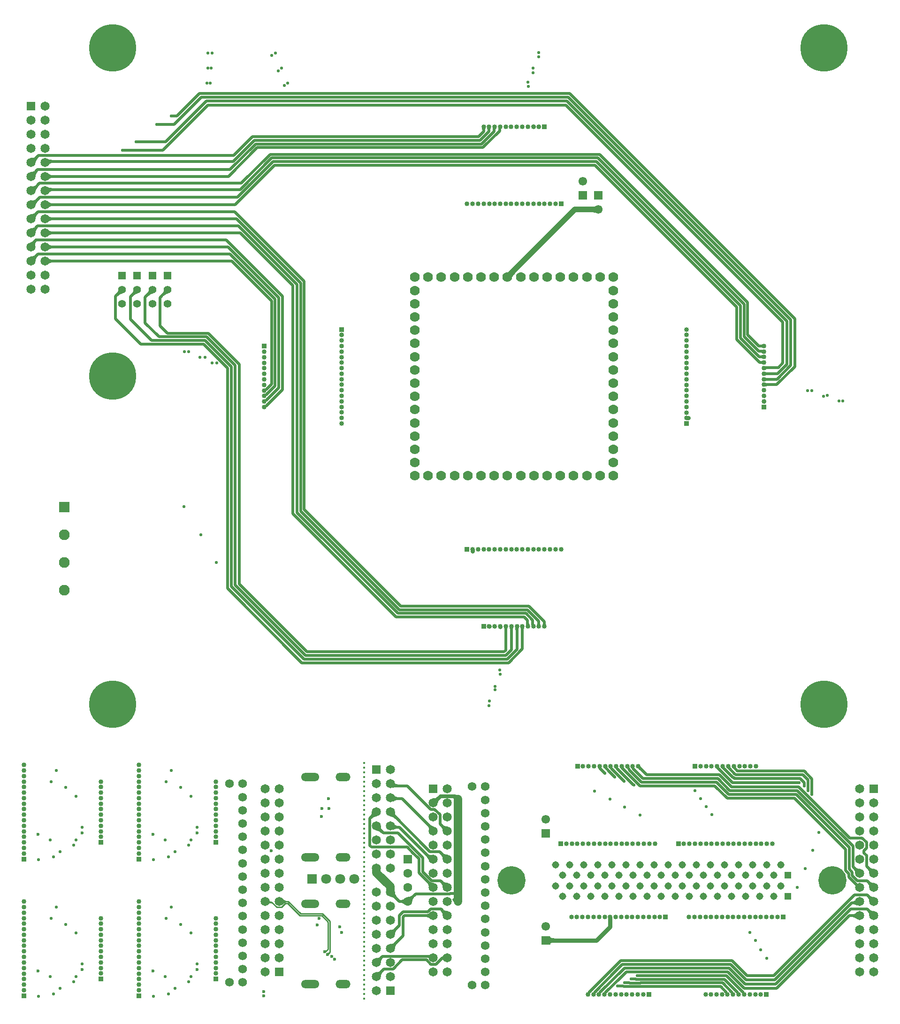
<source format=gbl>
G04*
G04 #@! TF.GenerationSoftware,Altium Limited,Altium Designer,20.0.14 (345)*
G04*
G04 Layer_Physical_Order=4*
G04 Layer_Color=16711680*
%FSLAX43Y43*%
%MOMM*%
G71*
G01*
G75*
%ADD11C,0.508*%
%ADD12C,0.762*%
%ADD13C,1.524*%
%ADD14C,0.635*%
%ADD16C,0.254*%
%ADD20C,0.381*%
%ADD28C,0.400*%
%ADD29C,1.575*%
%ADD30C,0.850*%
%ADD31R,0.850X0.850*%
%ADD32C,1.550*%
%ADD33R,1.550X1.550*%
%ADD34C,1.650*%
%ADD35R,1.650X1.650*%
%ADD36R,1.308X1.308*%
%ADD37C,5.100*%
%ADD38C,1.308*%
%ADD39C,0.550*%
%ADD40C,1.600*%
%ADD41R,1.600X1.600*%
%ADD42C,1.800*%
%ADD43R,1.800X1.800*%
%ADD44O,3.300X1.500*%
%ADD45O,2.700X1.500*%
%ADD46C,0.600*%
%ADD47C,1.950*%
%ADD48R,1.950X1.950*%
%ADD49R,0.850X0.850*%
%ADD50C,1.778*%
%ADD51R,1.400X1.400*%
%ADD52C,1.400*%
%ADD53C,8.500*%
%ADD56C,1.016*%
G36*
X84362Y157148D02*
X84354Y157131D01*
X84348Y157108D01*
X84342Y157079D01*
X84337Y157044D01*
X84330Y156957D01*
X84327Y156782D01*
X83819D01*
X83818Y156846D01*
X83803Y157079D01*
X83797Y157108D01*
X83791Y157131D01*
X83783Y157148D01*
X83775Y157160D01*
X84370D01*
X84362Y157148D01*
D02*
G37*
G36*
X87297Y157117D02*
X87286Y157106D01*
X87276Y157089D01*
X87267Y157066D01*
X87259Y157037D01*
X87253Y157003D01*
X87247Y156962D01*
X87240Y156864D01*
X87238Y156742D01*
X86730Y156843D01*
X86730Y156907D01*
X86713Y157200D01*
X86709Y157209D01*
X87297Y157117D01*
D02*
G37*
G36*
X86297D02*
X86286Y157106D01*
X86276Y157089D01*
X86267Y157066D01*
X86259Y157037D01*
X86253Y157003D01*
X86247Y156962D01*
X86240Y156864D01*
X86238Y156742D01*
X85730Y156843D01*
X85730Y156907D01*
X85713Y157200D01*
X85709Y157209D01*
X86297Y157117D01*
D02*
G37*
G36*
X85320D02*
X85309Y157106D01*
X85299Y157089D01*
X85290Y157066D01*
X85282Y157037D01*
X85276Y157003D01*
X85270Y156962D01*
X85263Y156864D01*
X85261Y156742D01*
X84753Y156843D01*
X84753Y156907D01*
X84736Y157200D01*
X84732Y157209D01*
X85320Y157117D01*
D02*
G37*
G36*
X3625Y151750D02*
X3553Y151675D01*
X3489Y151597D01*
X3430Y151518D01*
X3378Y151437D01*
X3333Y151355D01*
X3294Y151270D01*
X3262Y151184D01*
X3236Y151096D01*
X3216Y151006D01*
X3204Y150915D01*
X2485Y151819D01*
X2572Y151813D01*
X2658Y151815D01*
X2742Y151826D01*
X2826Y151846D01*
X2909Y151875D01*
X2991Y151913D01*
X3072Y151960D01*
X3152Y152015D01*
X3231Y152079D01*
X3309Y152153D01*
X3625Y151750D01*
D02*
G37*
G36*
X5442Y151652D02*
X5526Y151609D01*
X5612Y151571D01*
X5701Y151538D01*
X5791Y151511D01*
X5884Y151488D01*
X5979Y151470D01*
X6076Y151458D01*
X6175Y151450D01*
X6276Y151448D01*
X6406Y150940D01*
X6298Y150936D01*
X6196Y150925D01*
X6102Y150907D01*
X6014Y150882D01*
X5933Y150849D01*
X5859Y150809D01*
X5792Y150762D01*
X5731Y150707D01*
X5678Y150646D01*
X5631Y150577D01*
X5361Y151700D01*
X5442Y151652D01*
D02*
G37*
G36*
X3584Y149303D02*
X3512Y149226D01*
X3447Y149147D01*
X3390Y149068D01*
X3341Y148986D01*
X3300Y148904D01*
X3266Y148820D01*
X3240Y148734D01*
X3222Y148647D01*
X3211Y148559D01*
X3208Y148469D01*
X2391Y149286D01*
X2481Y149289D01*
X2570Y149299D01*
X2657Y149318D01*
X2742Y149344D01*
X2826Y149377D01*
X2909Y149419D01*
X2990Y149468D01*
X3070Y149525D01*
X3148Y149590D01*
X3225Y149662D01*
X3584Y149303D01*
D02*
G37*
G36*
X5578Y148977D02*
X5648Y148922D01*
X5722Y148873D01*
X5801Y148831D01*
X5885Y148795D01*
X5972Y148766D01*
X6065Y148744D01*
X6161Y148728D01*
X6262Y148718D01*
X6368Y148715D01*
Y148207D01*
X6262Y148203D01*
X6161Y148194D01*
X6065Y148177D01*
X5972Y148155D01*
X5885Y148126D01*
X5801Y148090D01*
X5722Y148048D01*
X5648Y148000D01*
X5578Y147945D01*
X5512Y147883D01*
Y149038D01*
X5578Y148977D01*
D02*
G37*
G36*
X3653Y146575D02*
X3583Y146501D01*
X3459Y146348D01*
X3404Y146268D01*
X3355Y146186D01*
X3312Y146102D01*
X3273Y146016D01*
X3240Y145929D01*
X3212Y145839D01*
X3190Y145747D01*
X2573Y146724D01*
X2655Y146709D01*
X2737Y146704D01*
X2819Y146709D01*
X2900Y146724D01*
X2981Y146749D01*
X3061Y146783D01*
X3142Y146828D01*
X3221Y146882D01*
X3301Y146946D01*
X3380Y147020D01*
X3653Y146575D01*
D02*
G37*
G36*
X5442Y146572D02*
X5526Y146529D01*
X5612Y146491D01*
X5701Y146458D01*
X5791Y146431D01*
X5884Y146408D01*
X5979Y146390D01*
X6076Y146378D01*
X6175Y146370D01*
X6276Y146368D01*
X6406Y145860D01*
X6298Y145856D01*
X6196Y145845D01*
X6102Y145827D01*
X6014Y145802D01*
X5933Y145769D01*
X5859Y145729D01*
X5792Y145682D01*
X5731Y145627D01*
X5678Y145566D01*
X5631Y145497D01*
X5361Y146620D01*
X5442Y146572D01*
D02*
G37*
G36*
X3656Y144022D02*
X3586Y143948D01*
X3462Y143795D01*
X3407Y143715D01*
X3358Y143634D01*
X3313Y143550D01*
X3274Y143465D01*
X3240Y143377D01*
X3211Y143287D01*
X3187Y143196D01*
X2584Y144181D01*
X2666Y144165D01*
X2747Y144159D01*
X2829Y144164D01*
X2909Y144178D01*
X2990Y144202D01*
X3070Y144236D01*
X3150Y144280D01*
X3230Y144334D01*
X3309Y144398D01*
X3388Y144472D01*
X3656Y144022D01*
D02*
G37*
G36*
X5578Y143897D02*
X5648Y143842D01*
X5722Y143793D01*
X5801Y143751D01*
X5885Y143715D01*
X5972Y143686D01*
X6065Y143664D01*
X6161Y143648D01*
X6262Y143638D01*
X6368Y143635D01*
Y143127D01*
X6262Y143123D01*
X6161Y143114D01*
X6065Y143097D01*
X5972Y143075D01*
X5885Y143046D01*
X5801Y143010D01*
X5722Y142968D01*
X5648Y142920D01*
X5578Y142865D01*
X5512Y142803D01*
Y143958D01*
X5578Y143897D01*
D02*
G37*
G36*
X104248Y141945D02*
X104235Y141952D01*
X104211Y141958D01*
X104175Y141963D01*
X104068Y141971D01*
X103713Y141979D01*
X103596Y141980D01*
Y142996D01*
X104248Y143030D01*
Y141945D01*
D02*
G37*
G36*
X3584Y141683D02*
X3512Y141606D01*
X3447Y141527D01*
X3390Y141448D01*
X3341Y141366D01*
X3300Y141284D01*
X3266Y141200D01*
X3240Y141114D01*
X3222Y141027D01*
X3211Y140939D01*
X3208Y140849D01*
X2391Y141666D01*
X2481Y141669D01*
X2570Y141679D01*
X2657Y141698D01*
X2742Y141724D01*
X2826Y141757D01*
X2909Y141799D01*
X2990Y141848D01*
X3070Y141905D01*
X3148Y141970D01*
X3225Y142042D01*
X3584Y141683D01*
D02*
G37*
G36*
X5580Y141354D02*
X5650Y141298D01*
X5724Y141250D01*
X5803Y141207D01*
X5886Y141172D01*
X5974Y141143D01*
X6066Y141120D01*
X6163Y141104D01*
X6264Y141094D01*
X6369Y141091D01*
X6367Y140583D01*
X6261Y140579D01*
X6160Y140570D01*
X6063Y140554D01*
X5971Y140531D01*
X5883Y140502D01*
X5800Y140467D01*
X5721Y140425D01*
X5646Y140376D01*
X5575Y140322D01*
X5509Y140260D01*
X5515Y141415D01*
X5580Y141354D01*
D02*
G37*
G36*
X3584Y139143D02*
X3512Y139066D01*
X3447Y138987D01*
X3390Y138908D01*
X3341Y138826D01*
X3300Y138744D01*
X3266Y138660D01*
X3240Y138574D01*
X3222Y138487D01*
X3211Y138399D01*
X3208Y138309D01*
X2391Y139126D01*
X2481Y139129D01*
X2570Y139139D01*
X2657Y139158D01*
X2742Y139184D01*
X2826Y139217D01*
X2909Y139259D01*
X2990Y139308D01*
X3070Y139365D01*
X3148Y139430D01*
X3225Y139502D01*
X3584Y139143D01*
D02*
G37*
G36*
X5580Y138814D02*
X5650Y138758D01*
X5724Y138710D01*
X5803Y138667D01*
X5886Y138632D01*
X5974Y138603D01*
X6066Y138580D01*
X6163Y138564D01*
X6264Y138554D01*
X6369Y138551D01*
X6367Y138043D01*
X6261Y138039D01*
X6160Y138030D01*
X6063Y138014D01*
X5971Y137991D01*
X5883Y137962D01*
X5800Y137927D01*
X5721Y137885D01*
X5646Y137836D01*
X5575Y137781D01*
X5509Y137720D01*
X5515Y138875D01*
X5580Y138814D01*
D02*
G37*
G36*
X3395Y136723D02*
X3328Y136651D01*
X3271Y136581D01*
X3223Y136512D01*
X3184Y136443D01*
X3156Y136376D01*
X3136Y136310D01*
X3126Y136244D01*
X3126Y136180D01*
X3135Y136116D01*
X3154Y136054D01*
X2241Y136573D01*
X2311Y136589D01*
X2382Y136611D01*
X2455Y136641D01*
X2528Y136677D01*
X2603Y136720D01*
X2679Y136770D01*
X2756Y136827D01*
X2913Y136962D01*
X2994Y137040D01*
X3395Y136723D01*
D02*
G37*
G36*
X5580Y136274D02*
X5650Y136218D01*
X5724Y136170D01*
X5803Y136127D01*
X5886Y136092D01*
X5974Y136063D01*
X6066Y136040D01*
X6163Y136024D01*
X6264Y136014D01*
X6369Y136011D01*
X6367Y135503D01*
X6261Y135499D01*
X6160Y135490D01*
X6063Y135474D01*
X5971Y135451D01*
X5883Y135422D01*
X5800Y135387D01*
X5721Y135345D01*
X5646Y135296D01*
X5575Y135242D01*
X5509Y135180D01*
X5515Y136335D01*
X5580Y136274D01*
D02*
G37*
G36*
X3584Y134063D02*
X3512Y133986D01*
X3447Y133907D01*
X3390Y133828D01*
X3341Y133746D01*
X3300Y133664D01*
X3266Y133580D01*
X3240Y133494D01*
X3222Y133407D01*
X3211Y133319D01*
X3208Y133229D01*
X2391Y134046D01*
X2481Y134049D01*
X2570Y134059D01*
X2657Y134078D01*
X2742Y134104D01*
X2826Y134137D01*
X2909Y134179D01*
X2990Y134228D01*
X3070Y134285D01*
X3148Y134350D01*
X3225Y134422D01*
X3584Y134063D01*
D02*
G37*
G36*
X5580Y133734D02*
X5650Y133678D01*
X5724Y133630D01*
X5803Y133587D01*
X5886Y133552D01*
X5974Y133523D01*
X6066Y133500D01*
X6163Y133484D01*
X6264Y133474D01*
X6369Y133471D01*
X6367Y132963D01*
X6261Y132959D01*
X6160Y132950D01*
X6063Y132934D01*
X5971Y132911D01*
X5883Y132882D01*
X5800Y132847D01*
X5721Y132805D01*
X5646Y132756D01*
X5575Y132702D01*
X5509Y132640D01*
X5515Y133795D01*
X5580Y133734D01*
D02*
G37*
G36*
X89745Y130955D02*
X89652Y130860D01*
X89378Y130547D01*
X89334Y130485D01*
X89300Y130430D01*
X89275Y130382D01*
X89261Y130340D01*
X89256Y130304D01*
X88376Y131185D01*
X88411Y131189D01*
X88453Y131204D01*
X88502Y131228D01*
X88557Y131262D01*
X88619Y131306D01*
X88762Y131424D01*
X88932Y131580D01*
X89027Y131674D01*
X89745Y130955D01*
D02*
G37*
G36*
X27070Y127310D02*
X27004Y127307D01*
X26937Y127297D01*
X26871Y127281D01*
X26804Y127257D01*
X26737Y127227D01*
X26670Y127190D01*
X26603Y127146D01*
X26535Y127095D01*
X26467Y127037D01*
X26399Y126973D01*
X26040Y127332D01*
X26105Y127400D01*
X26163Y127468D01*
X26213Y127535D01*
X26257Y127603D01*
X26294Y127670D01*
X26325Y127737D01*
X26348Y127803D01*
X26365Y127870D01*
X26374Y127936D01*
X26377Y128003D01*
X27070Y127310D01*
D02*
G37*
G36*
X24318D02*
X24252Y127307D01*
X24186Y127297D01*
X24119Y127281D01*
X24052Y127257D01*
X23985Y127227D01*
X23918Y127190D01*
X23851Y127146D01*
X23783Y127095D01*
X23716Y127037D01*
X23648Y126973D01*
X23289Y127332D01*
X23353Y127400D01*
X23411Y127468D01*
X23462Y127535D01*
X23506Y127603D01*
X23543Y127670D01*
X23573Y127737D01*
X23596Y127803D01*
X23613Y127870D01*
X23623Y127936D01*
X23625Y128003D01*
X24318Y127310D01*
D02*
G37*
G36*
X21567D02*
X21500Y127307D01*
X21434Y127297D01*
X21368Y127281D01*
X21301Y127257D01*
X21234Y127227D01*
X21167Y127190D01*
X21099Y127146D01*
X21032Y127095D01*
X20964Y127037D01*
X20896Y126973D01*
X20537Y127332D01*
X20601Y127400D01*
X20659Y127468D01*
X20710Y127535D01*
X20754Y127603D01*
X20791Y127670D01*
X20821Y127737D01*
X20845Y127803D01*
X20861Y127870D01*
X20871Y127936D01*
X20874Y128003D01*
X21567Y127310D01*
D02*
G37*
G36*
X18815D02*
X18749Y127307D01*
X18682Y127297D01*
X18616Y127281D01*
X18549Y127257D01*
X18482Y127227D01*
X18415Y127190D01*
X18348Y127146D01*
X18280Y127095D01*
X18212Y127037D01*
X18144Y126973D01*
X17785Y127332D01*
X17850Y127400D01*
X17908Y127468D01*
X17958Y127535D01*
X18002Y127603D01*
X18039Y127670D01*
X18070Y127737D01*
X18093Y127803D01*
X18110Y127870D01*
X18119Y127936D01*
X18122Y128003D01*
X18815Y127310D01*
D02*
G37*
G36*
X134332Y117580D02*
X134321Y117588D01*
X134303Y117595D01*
X134280Y117602D01*
X134251Y117607D01*
X134216Y117612D01*
X134129Y117619D01*
X133955Y117623D01*
Y118131D01*
X134019Y118132D01*
X134251Y118147D01*
X134280Y118152D01*
X134303Y118159D01*
X134321Y118166D01*
X134332Y118175D01*
Y117580D01*
D02*
G37*
G36*
X134290Y116630D02*
X134279Y116641D01*
X134261Y116651D01*
X134238Y116660D01*
X134210Y116667D01*
X134175Y116674D01*
X134135Y116679D01*
X134036Y116686D01*
X133915Y116689D01*
X134015Y117197D01*
X134080Y117197D01*
X134373Y117214D01*
X134381Y117218D01*
X134290Y116630D01*
D02*
G37*
G36*
Y115653D02*
X134279Y115664D01*
X134261Y115674D01*
X134238Y115683D01*
X134210Y115690D01*
X134175Y115697D01*
X134135Y115702D01*
X134036Y115709D01*
X133915Y115712D01*
X134015Y116220D01*
X134080Y116220D01*
X134373Y116237D01*
X134381Y116241D01*
X134290Y115653D01*
D02*
G37*
G36*
X134300Y114639D02*
X134296Y114641D01*
X134284Y114642D01*
X134242Y114644D01*
X133955Y114646D01*
Y115154D01*
X134300Y115161D01*
Y114639D01*
D02*
G37*
G36*
X134898Y114237D02*
X134913Y114233D01*
X134935Y114230D01*
X134995Y114225D01*
X135191Y114220D01*
X135256Y114220D01*
X135356Y113712D01*
X135293Y113711D01*
X135096Y113697D01*
X135061Y113690D01*
X135033Y113683D01*
X135010Y113674D01*
X134993Y113664D01*
X134981Y113653D01*
X134890Y114241D01*
X134898Y114237D01*
D02*
G37*
G36*
X134958Y113181D02*
X134976Y113173D01*
X134999Y113166D01*
X135028Y113160D01*
X135063Y113155D01*
X135150Y113147D01*
X135324Y113143D01*
X135308Y112635D01*
X135244Y112635D01*
X135011Y112621D01*
X134983Y112615D01*
X134960Y112609D01*
X134943Y112603D01*
X134931Y112595D01*
X134947Y113190D01*
X134958Y113181D01*
D02*
G37*
G36*
X134950Y112189D02*
X134968Y112182D01*
X134991Y112175D01*
X135020Y112170D01*
X135055Y112165D01*
X135142Y112158D01*
X135316Y112154D01*
Y111646D01*
X135252Y111646D01*
X135020Y111630D01*
X134991Y111625D01*
X134968Y111618D01*
X134950Y111611D01*
X134939Y111603D01*
Y112198D01*
X134950Y112189D01*
D02*
G37*
G36*
Y111189D02*
X134968Y111182D01*
X134991Y111175D01*
X135020Y111170D01*
X135055Y111165D01*
X135142Y111158D01*
X135316Y111154D01*
Y110646D01*
X135252Y110646D01*
X135020Y110630D01*
X134991Y110625D01*
X134968Y110618D01*
X134950Y110611D01*
X134939Y110603D01*
Y111198D01*
X134950Y111189D01*
D02*
G37*
G36*
X95304Y67931D02*
X95319Y67698D01*
X95325Y67669D01*
X95331Y67646D01*
X95339Y67629D01*
X95347Y67618D01*
X94752D01*
X94760Y67629D01*
X94768Y67646D01*
X94774Y67669D01*
X94780Y67698D01*
X94785Y67733D01*
X94792Y67820D01*
X94796Y67995D01*
X95304D01*
X95304Y67931D01*
D02*
G37*
G36*
X94239Y67971D02*
X94253Y67775D01*
X94259Y67740D01*
X94267Y67711D01*
X94276Y67688D01*
X94286Y67671D01*
X94297Y67660D01*
X93709Y67568D01*
X93713Y67577D01*
X93716Y67592D01*
X93720Y67613D01*
X93725Y67674D01*
X93730Y67870D01*
X93730Y67934D01*
X94238Y68035D01*
X94239Y67971D01*
D02*
G37*
G36*
X92262D02*
X92276Y67775D01*
X92282Y67740D01*
X92290Y67711D01*
X92299Y67688D01*
X92309Y67671D01*
X92320Y67660D01*
X91732Y67568D01*
X91736Y67577D01*
X91739Y67592D01*
X91743Y67613D01*
X91748Y67674D01*
X91753Y67870D01*
X91753Y67934D01*
X92261Y68035D01*
X92262Y67971D01*
D02*
G37*
G36*
X93156Y68007D02*
X93166Y67853D01*
X93172Y67814D01*
X93180Y67781D01*
X93188Y67755D01*
X93199Y67734D01*
X93210Y67720D01*
X93223Y67712D01*
X92683Y67485D01*
X92648Y68043D01*
X93156Y68071D01*
X93156Y68007D01*
D02*
G37*
G36*
X91362Y66999D02*
X91354Y66982D01*
X91348Y66959D01*
X91342Y66930D01*
X91337Y66895D01*
X91330Y66808D01*
X91327Y66633D01*
X90819D01*
X90818Y66697D01*
X90803Y66930D01*
X90797Y66959D01*
X90791Y66982D01*
X90783Y66999D01*
X90775Y67011D01*
X91370D01*
X91362Y66999D01*
D02*
G37*
G36*
X90362D02*
X90354Y66982D01*
X90348Y66959D01*
X90342Y66930D01*
X90337Y66895D01*
X90330Y66808D01*
X90327Y66633D01*
X89819D01*
X89818Y66697D01*
X89803Y66930D01*
X89797Y66959D01*
X89791Y66982D01*
X89783Y66999D01*
X89775Y67011D01*
X90370D01*
X90362Y66999D01*
D02*
G37*
G36*
X89362D02*
X89354Y66982D01*
X89348Y66959D01*
X89342Y66930D01*
X89337Y66895D01*
X89330Y66808D01*
X89327Y66633D01*
X88819D01*
X88818Y66697D01*
X88803Y66930D01*
X88797Y66959D01*
X88791Y66982D01*
X88783Y66999D01*
X88775Y67011D01*
X89370D01*
X89362Y66999D01*
D02*
G37*
G36*
X88362D02*
X88354Y66982D01*
X88348Y66959D01*
X88342Y66930D01*
X88337Y66895D01*
X88330Y66808D01*
X88327Y66633D01*
X87819D01*
X87818Y66697D01*
X87803Y66930D01*
X87797Y66959D01*
X87791Y66982D01*
X87783Y66999D01*
X87775Y67011D01*
X88370D01*
X88362Y66999D01*
D02*
G37*
G36*
X112401Y42070D02*
X112409Y42053D01*
X112421Y42033D01*
X112438Y42009D01*
X112485Y41950D01*
X112552Y41877D01*
X112637Y41789D01*
X112293Y41415D01*
X112248Y41460D01*
X112072Y41612D01*
X112047Y41628D01*
X112025Y41640D01*
X112007Y41646D01*
X111993Y41648D01*
X112399Y42083D01*
X112401Y42070D01*
D02*
G37*
G36*
X109390Y41903D02*
X109393Y41884D01*
X109400Y41862D01*
X109414Y41837D01*
X109432Y41808D01*
X109455Y41776D01*
X109518Y41702D01*
X109602Y41614D01*
X109232Y41265D01*
X108854Y41672D01*
X109393Y41919D01*
X109390Y41903D01*
D02*
G37*
G36*
X105367Y41858D02*
X105369Y41841D01*
X105376Y41820D01*
X105388Y41795D01*
X105406Y41767D01*
X105429Y41736D01*
X105491Y41662D01*
X105575Y41575D01*
X105184Y41247D01*
X104828Y41683D01*
X105371Y41872D01*
X105367Y41858D01*
D02*
G37*
G36*
X111323Y41825D02*
X111324Y41809D01*
X111331Y41789D01*
X111343Y41766D01*
X111361Y41739D01*
X111384Y41708D01*
X111446Y41635D01*
X111530Y41548D01*
X111122Y41237D01*
X110784Y41693D01*
X111327Y41837D01*
X111323Y41825D01*
D02*
G37*
G36*
X68054Y39134D02*
X68092Y39071D01*
X68139Y39016D01*
X68195Y38968D01*
X68260Y38927D01*
X68334Y38894D01*
X68417Y38868D01*
X68510Y38850D01*
X68611Y38839D01*
X68720Y38835D01*
X68645Y38327D01*
X68502Y38326D01*
X68008Y38290D01*
X67903Y38274D01*
X67716Y38233D01*
X67633Y38207D01*
X67558Y38179D01*
X68025Y39204D01*
X68054Y39134D01*
D02*
G37*
G36*
X76240Y36235D02*
X76163Y36155D01*
X76031Y35995D01*
X75977Y35917D01*
X75930Y35840D01*
X75891Y35763D01*
X75860Y35687D01*
X75837Y35612D01*
X75821Y35538D01*
X75813Y35465D01*
X75053Y36335D01*
X75126Y36334D01*
X75199Y36341D01*
X75274Y36358D01*
X75350Y36383D01*
X75426Y36417D01*
X75504Y36459D01*
X75582Y36511D01*
X75662Y36571D01*
X75743Y36640D01*
X75824Y36717D01*
X76240Y36235D01*
D02*
G37*
G36*
X79084Y36950D02*
X79099Y36946D01*
X79122Y36942D01*
X79189Y36933D01*
X79486Y36908D01*
X78674Y36095D01*
X78627Y36505D01*
X79076Y36954D01*
X79084Y36950D01*
D02*
G37*
G36*
X67962Y36822D02*
X68023Y36762D01*
X68089Y36709D01*
X68161Y36664D01*
X68239Y36625D01*
X68322Y36594D01*
X68412Y36569D01*
X68507Y36551D01*
X68609Y36541D01*
X68716Y36537D01*
X68639Y36029D01*
X68535Y36027D01*
X68435Y36018D01*
X68338Y36004D01*
X68244Y35984D01*
X68153Y35958D01*
X68065Y35927D01*
X67980Y35890D01*
X67898Y35848D01*
X67819Y35799D01*
X67743Y35746D01*
X67908Y36889D01*
X67962Y36822D01*
D02*
G37*
G36*
X64694Y33036D02*
X64604Y33033D01*
X64516Y33023D01*
X64429Y33004D01*
X64343Y32978D01*
X64259Y32945D01*
X64176Y32903D01*
X64095Y32854D01*
X64015Y32797D01*
X63937Y32732D01*
X63860Y32660D01*
X63501Y33019D01*
X63573Y33096D01*
X63638Y33174D01*
X63695Y33254D01*
X63744Y33335D01*
X63786Y33418D01*
X63819Y33502D01*
X63845Y33588D01*
X63864Y33675D01*
X63874Y33763D01*
X63877Y33853D01*
X64694Y33036D01*
D02*
G37*
G36*
X68070Y33763D02*
X68081Y33675D01*
X68099Y33588D01*
X68125Y33502D01*
X68159Y33418D01*
X68201Y33335D01*
X68250Y33254D01*
X68307Y33174D01*
X68371Y33096D01*
X68444Y33019D01*
X68084Y32660D01*
X68008Y32732D01*
X67929Y32797D01*
X67849Y32854D01*
X67768Y32903D01*
X67686Y32945D01*
X67601Y32978D01*
X67516Y33004D01*
X67429Y33023D01*
X67340Y33033D01*
X67251Y33036D01*
X68067Y33853D01*
X68070Y33763D01*
D02*
G37*
G36*
X74407Y31632D02*
X74483Y31567D01*
X74560Y31507D01*
X74640Y31453D01*
X74722Y31404D01*
X74806Y31361D01*
X74892Y31322D01*
X74979Y31289D01*
X75069Y31262D01*
X75161Y31239D01*
X74186Y30620D01*
X74200Y30703D01*
X74205Y30785D01*
X74200Y30866D01*
X74185Y30948D01*
X74160Y31029D01*
X74126Y31109D01*
X74081Y31189D01*
X74027Y31269D01*
X73963Y31349D01*
X73889Y31427D01*
X74333Y31702D01*
X74407Y31632D01*
D02*
G37*
G36*
X68008Y31653D02*
X68059Y31591D01*
X68117Y31536D01*
X68183Y31488D01*
X68256Y31448D01*
X68336Y31415D01*
X68423Y31390D01*
X68517Y31371D01*
X68618Y31361D01*
X68727Y31357D01*
X68579Y30849D01*
X68478Y30846D01*
X68282Y30827D01*
X68187Y30810D01*
X68094Y30789D01*
X68003Y30762D01*
X67914Y30731D01*
X67826Y30695D01*
X67741Y30654D01*
X67658Y30608D01*
X67963Y31722D01*
X68008Y31653D01*
D02*
G37*
G36*
X76764Y31561D02*
X76842Y31497D01*
X76922Y31440D01*
X77004Y31391D01*
X77086Y31349D01*
X77170Y31315D01*
X77256Y31289D01*
X77343Y31271D01*
X77431Y31260D01*
X77521Y31257D01*
X76704Y30441D01*
X76701Y30530D01*
X76691Y30619D01*
X76672Y30706D01*
X76646Y30791D01*
X76613Y30876D01*
X76571Y30958D01*
X76522Y31039D01*
X76465Y31119D01*
X76400Y31198D01*
X76328Y31274D01*
X76687Y31634D01*
X76764Y31561D01*
D02*
G37*
G36*
X65530Y31223D02*
X65541Y31135D01*
X65559Y31048D01*
X65585Y30962D01*
X65619Y30878D01*
X65661Y30795D01*
X65710Y30714D01*
X65767Y30634D01*
X65831Y30556D01*
X65904Y30479D01*
X65544Y30120D01*
X65468Y30192D01*
X65389Y30257D01*
X65309Y30314D01*
X65228Y30363D01*
X65146Y30405D01*
X65061Y30438D01*
X64976Y30464D01*
X64889Y30483D01*
X64800Y30493D01*
X64711Y30496D01*
X65527Y31313D01*
X65530Y31223D01*
D02*
G37*
G36*
X76764Y26481D02*
X76842Y26417D01*
X76922Y26360D01*
X77004Y26311D01*
X77086Y26269D01*
X77170Y26235D01*
X77256Y26209D01*
X77343Y26191D01*
X77431Y26180D01*
X77521Y26177D01*
X76704Y25361D01*
X76701Y25450D01*
X76691Y25539D01*
X76672Y25626D01*
X76646Y25711D01*
X76613Y25796D01*
X76571Y25878D01*
X76522Y25959D01*
X76465Y26039D01*
X76400Y26118D01*
X76328Y26194D01*
X76687Y26554D01*
X76764Y26481D01*
D02*
G37*
G36*
X74008Y26317D02*
X74088Y26253D01*
X74167Y26200D01*
X74246Y26158D01*
X74324Y26126D01*
X74402Y26105D01*
X74480Y26095D01*
X74558Y26096D01*
X74635Y26107D01*
X74712Y26129D01*
X74207Y25091D01*
X74174Y25181D01*
X74097Y25355D01*
X74053Y25439D01*
X73952Y25601D01*
X73895Y25679D01*
X73770Y25828D01*
X73702Y25900D01*
X73929Y26391D01*
X74008Y26317D01*
D02*
G37*
G36*
X153726Y23908D02*
X153804Y23844D01*
X153884Y23787D01*
X153965Y23738D01*
X154048Y23696D01*
X154132Y23662D01*
X154218Y23636D01*
X154305Y23618D01*
X154393Y23607D01*
X154483Y23604D01*
X153666Y22788D01*
X153663Y22877D01*
X153653Y22966D01*
X153634Y23053D01*
X153608Y23138D01*
X153575Y23223D01*
X153533Y23305D01*
X153484Y23386D01*
X153427Y23466D01*
X153362Y23545D01*
X153290Y23621D01*
X153649Y23981D01*
X153726Y23908D01*
D02*
G37*
G36*
X151186D02*
X151264Y23844D01*
X151344Y23787D01*
X151426Y23738D01*
X151508Y23696D01*
X151592Y23662D01*
X151678Y23636D01*
X151765Y23618D01*
X151853Y23607D01*
X151943Y23604D01*
X151126Y22788D01*
X151123Y22877D01*
X151113Y22966D01*
X151094Y23053D01*
X151068Y23138D01*
X151035Y23223D01*
X150993Y23305D01*
X150944Y23386D01*
X150887Y23466D01*
X150822Y23545D01*
X150750Y23621D01*
X151109Y23981D01*
X151186Y23908D01*
D02*
G37*
G36*
X74280Y21428D02*
X74358Y21364D01*
X74437Y21306D01*
X74519Y21255D01*
X74601Y21211D01*
X74686Y21174D01*
X74772Y21144D01*
X74860Y21121D01*
X74949Y21105D01*
X75040Y21096D01*
X74167Y20340D01*
X74170Y20428D01*
X74165Y20515D01*
X74151Y20600D01*
X74129Y20685D01*
X74098Y20768D01*
X74059Y20851D01*
X74011Y20932D01*
X73955Y21012D01*
X73891Y21090D01*
X73818Y21168D01*
X74204Y21500D01*
X74280Y21428D01*
D02*
G37*
G36*
X76764Y21401D02*
X76842Y21337D01*
X76922Y21280D01*
X77004Y21231D01*
X77086Y21189D01*
X77170Y21155D01*
X77256Y21129D01*
X77343Y21111D01*
X77431Y21100D01*
X77521Y21097D01*
X76704Y20281D01*
X76701Y20370D01*
X76691Y20459D01*
X76672Y20546D01*
X76646Y20631D01*
X76613Y20716D01*
X76571Y20798D01*
X76522Y20879D01*
X76465Y20959D01*
X76400Y21038D01*
X76328Y21114D01*
X76687Y21474D01*
X76764Y21401D01*
D02*
G37*
G36*
X153726Y21368D02*
X153804Y21304D01*
X153884Y21247D01*
X153965Y21198D01*
X154048Y21156D01*
X154132Y21122D01*
X154218Y21096D01*
X154305Y21078D01*
X154393Y21067D01*
X154483Y21064D01*
X153666Y20248D01*
X153663Y20337D01*
X153653Y20426D01*
X153634Y20513D01*
X153608Y20598D01*
X153575Y20683D01*
X153533Y20765D01*
X153484Y20846D01*
X153427Y20926D01*
X153362Y21005D01*
X153290Y21081D01*
X153649Y21441D01*
X153726Y21368D01*
D02*
G37*
G36*
X71586Y18542D02*
X71515Y18467D01*
X71452Y18390D01*
X71396Y18313D01*
X71348Y18235D01*
X71307Y18155D01*
X71274Y18074D01*
X71249Y17992D01*
X71231Y17910D01*
X71220Y17825D01*
X71217Y17740D01*
X70425Y18532D01*
X70510Y18535D01*
X70595Y18546D01*
X70677Y18564D01*
X70759Y18589D01*
X70840Y18622D01*
X70920Y18663D01*
X70998Y18711D01*
X71075Y18767D01*
X71152Y18830D01*
X71227Y18901D01*
X71586Y18542D01*
D02*
G37*
G36*
X153726Y18828D02*
X153804Y18764D01*
X153884Y18707D01*
X153965Y18658D01*
X154048Y18616D01*
X154132Y18582D01*
X154218Y18556D01*
X154305Y18538D01*
X154393Y18527D01*
X154483Y18524D01*
X153666Y17708D01*
X153663Y17797D01*
X153653Y17886D01*
X153634Y17973D01*
X153608Y18058D01*
X153575Y18143D01*
X153533Y18225D01*
X153484Y18306D01*
X153427Y18386D01*
X153362Y18465D01*
X153290Y18541D01*
X153649Y18901D01*
X153726Y18828D01*
D02*
G37*
G36*
X68012Y19320D02*
X68067Y19375D01*
X68070Y19285D01*
X68081Y19197D01*
X68099Y19110D01*
X68119Y19046D01*
X68165Y18965D01*
X68255Y18830D01*
X68366Y18684D01*
X68647Y18355D01*
X69008Y17977D01*
X68648Y17618D01*
X68454Y17809D01*
X67795Y18370D01*
X67661Y18461D01*
X67580Y18507D01*
X67516Y18526D01*
X67429Y18545D01*
X67340Y18555D01*
X67251Y18558D01*
X67306Y18614D01*
X67242Y18621D01*
X68004Y19384D01*
X68012Y19320D01*
D02*
G37*
G36*
X45453Y17888D02*
X45474Y17851D01*
X45501Y17817D01*
X45534Y17789D01*
X45572Y17764D01*
X45617Y17745D01*
X45667Y17729D01*
X45722Y17718D01*
X45784Y17711D01*
X45851Y17709D01*
Y17455D01*
X45777Y17453D01*
X45707Y17447D01*
X45644Y17437D01*
X45585Y17423D01*
X45531Y17405D01*
X45482Y17383D01*
X45439Y17357D01*
X45401Y17327D01*
X45367Y17293D01*
X45339Y17256D01*
X45437Y17930D01*
X45453Y17888D01*
D02*
G37*
G36*
X69846Y17172D02*
X69784Y17230D01*
X69717Y17283D01*
X69646Y17328D01*
X69570Y17368D01*
X69489Y17402D01*
X69404Y17429D01*
X69315Y17451D01*
X69221Y17466D01*
X69122Y17475D01*
X69019Y17478D01*
Y17986D01*
X69122Y17989D01*
X69221Y17999D01*
X69315Y18014D01*
X69404Y18035D01*
X69489Y18063D01*
X69570Y18097D01*
X69646Y18136D01*
X69717Y18182D01*
X69784Y18234D01*
X69846Y18292D01*
Y17172D01*
D02*
G37*
G36*
X47862Y18193D02*
X47951Y18116D01*
X48039Y18048D01*
X48128Y17990D01*
X48216Y17940D01*
X48305Y17900D01*
X48393Y17868D01*
X48482Y17846D01*
X48571Y17832D01*
X48660Y17828D01*
Y17574D01*
X48571Y17569D01*
X48482Y17556D01*
X48393Y17533D01*
X48305Y17502D01*
X48216Y17461D01*
X48128Y17411D01*
X48039Y17353D01*
X47951Y17285D01*
X47862Y17209D01*
X47774Y17123D01*
Y18278D01*
X47862Y18193D01*
D02*
G37*
G36*
X151525Y16993D02*
X151446Y17038D01*
X151365Y17077D01*
X151280Y17112D01*
X151194Y17143D01*
X151104Y17168D01*
X151012Y17189D01*
X150917Y17206D01*
X150718Y17225D01*
X150615Y17227D01*
X150507Y17735D01*
X150609Y17738D01*
X150704Y17749D01*
X150793Y17767D01*
X150875Y17791D01*
X150950Y17823D01*
X151018Y17862D01*
X151080Y17908D01*
X151135Y17961D01*
X151183Y18021D01*
X151224Y18089D01*
X151525Y16993D01*
D02*
G37*
G36*
X76764Y16321D02*
X76842Y16257D01*
X76922Y16200D01*
X77004Y16151D01*
X77086Y16109D01*
X77170Y16075D01*
X77256Y16049D01*
X77343Y16031D01*
X77431Y16020D01*
X77521Y16017D01*
X76704Y15201D01*
X76701Y15290D01*
X76691Y15379D01*
X76672Y15466D01*
X76646Y15551D01*
X76613Y15636D01*
X76571Y15718D01*
X76522Y15799D01*
X76465Y15879D01*
X76400Y15958D01*
X76328Y16034D01*
X76687Y16394D01*
X76764Y16321D01*
D02*
G37*
G36*
X153726Y16288D02*
X153804Y16224D01*
X153884Y16167D01*
X153965Y16118D01*
X154048Y16076D01*
X154132Y16042D01*
X154218Y16016D01*
X154305Y15998D01*
X154393Y15987D01*
X154483Y15984D01*
X153666Y15168D01*
X153663Y15257D01*
X153653Y15346D01*
X153634Y15433D01*
X153608Y15518D01*
X153575Y15603D01*
X153533Y15685D01*
X153484Y15766D01*
X153427Y15846D01*
X153362Y15925D01*
X153290Y16001D01*
X153649Y16361D01*
X153726Y16288D01*
D02*
G37*
G36*
X74400Y14615D02*
X74335Y14676D01*
X74265Y14731D01*
X74190Y14780D01*
X74111Y14822D01*
X74028Y14857D01*
X73940Y14887D01*
X73848Y14909D01*
X73751Y14925D01*
X73650Y14935D01*
X73544Y14938D01*
Y15446D01*
X73650Y15450D01*
X73751Y15459D01*
X73848Y15475D01*
X73940Y15498D01*
X74028Y15527D01*
X74111Y15563D01*
X74190Y15605D01*
X74265Y15653D01*
X74335Y15708D01*
X74400Y15770D01*
Y14615D01*
D02*
G37*
G36*
X151362Y14582D02*
X151297Y14643D01*
X151227Y14698D01*
X151152Y14747D01*
X151073Y14789D01*
X150990Y14824D01*
X150902Y14854D01*
X150810Y14876D01*
X150713Y14892D01*
X150612Y14902D01*
X150506Y14905D01*
Y15413D01*
X150612Y15417D01*
X150713Y15426D01*
X150810Y15442D01*
X150902Y15465D01*
X150990Y15494D01*
X151073Y15530D01*
X151152Y15572D01*
X151227Y15620D01*
X151297Y15675D01*
X151362Y15737D01*
Y14582D01*
D02*
G37*
G36*
X68444Y12605D02*
X68371Y12529D01*
X68307Y12450D01*
X68250Y12370D01*
X68201Y12289D01*
X68159Y12207D01*
X68125Y12122D01*
X68099Y12037D01*
X68081Y11950D01*
X68070Y11861D01*
X68067Y11772D01*
X67251Y12588D01*
X67340Y12591D01*
X67429Y12602D01*
X67516Y12620D01*
X67601Y12646D01*
X67686Y12680D01*
X67768Y12722D01*
X67849Y12771D01*
X67929Y12828D01*
X68008Y12892D01*
X68084Y12965D01*
X68444Y12605D01*
D02*
G37*
G36*
X96086Y11404D02*
X96109Y11339D01*
X96147Y11282D01*
X96201Y11233D01*
X96270Y11191D01*
X96354Y11156D01*
X96453Y11130D01*
X96568Y11111D01*
X96698Y11099D01*
X96843Y11095D01*
Y10333D01*
X96698Y10330D01*
X96568Y10318D01*
X96453Y10299D01*
X96354Y10272D01*
X96270Y10238D01*
X96201Y10196D01*
X96147Y10147D01*
X96109Y10090D01*
X96086Y10025D01*
X96078Y9952D01*
Y11476D01*
X96086Y11404D01*
D02*
G37*
G36*
X68444Y10065D02*
X68371Y9989D01*
X68307Y9910D01*
X68250Y9830D01*
X68201Y9749D01*
X68159Y9667D01*
X68125Y9582D01*
X68099Y9497D01*
X68081Y9410D01*
X68070Y9321D01*
X68067Y9232D01*
X67251Y10048D01*
X67340Y10051D01*
X67429Y10062D01*
X67516Y10080D01*
X67601Y10106D01*
X67686Y10140D01*
X67768Y10182D01*
X67849Y10231D01*
X67929Y10288D01*
X68008Y10352D01*
X68084Y10425D01*
X68444Y10065D01*
D02*
G37*
G36*
X56399Y8448D02*
X56370Y8417D01*
X56321Y8359D01*
X56301Y8331D01*
X56285Y8304D01*
X56271Y8278D01*
X56261Y8252D01*
X56253Y8227D01*
X56249Y8203D01*
X56248Y8180D01*
X55952Y8476D01*
X55975Y8477D01*
X55999Y8481D01*
X56024Y8489D01*
X56050Y8499D01*
X56076Y8513D01*
X56103Y8529D01*
X56131Y8549D01*
X56160Y8572D01*
X56220Y8627D01*
X56399Y8448D01*
D02*
G37*
G36*
X65904Y7525D02*
X65831Y7449D01*
X65767Y7370D01*
X65710Y7290D01*
X65661Y7209D01*
X65619Y7127D01*
X65585Y7042D01*
X65559Y6957D01*
X65541Y6870D01*
X65530Y6781D01*
X65527Y6692D01*
X64711Y7508D01*
X64800Y7511D01*
X64889Y7522D01*
X64976Y7540D01*
X65061Y7566D01*
X65146Y7600D01*
X65228Y7642D01*
X65309Y7691D01*
X65389Y7748D01*
X65468Y7812D01*
X65544Y7885D01*
X65904Y7525D01*
D02*
G37*
G36*
Y4985D02*
X65831Y4909D01*
X65767Y4830D01*
X65710Y4750D01*
X65661Y4669D01*
X65619Y4587D01*
X65585Y4502D01*
X65559Y4417D01*
X65541Y4330D01*
X65530Y4241D01*
X65527Y4152D01*
X64711Y4968D01*
X64800Y4971D01*
X64889Y4982D01*
X64976Y5000D01*
X65061Y5026D01*
X65146Y5060D01*
X65228Y5102D01*
X65309Y5151D01*
X65389Y5208D01*
X65468Y5272D01*
X65544Y5345D01*
X65904Y4985D01*
D02*
G37*
D11*
X140140Y36368D02*
X149388Y27120D01*
X140457Y37026D02*
X150046Y27437D01*
X140678Y37736D02*
X150722Y27691D01*
X140951Y38394D02*
X150174Y29170D01*
X105042Y41990D02*
Y42028D01*
Y41749D02*
Y41990D01*
X149388Y23296D02*
Y27120D01*
X128016Y36368D02*
X140140D01*
X150046Y23568D02*
Y27437D01*
X128288Y37026D02*
X140457D01*
X128510Y37736D02*
X140678D01*
X150174Y29170D02*
X152378D01*
X150722Y24008D02*
Y27691D01*
X128782Y38394D02*
X140951D01*
X141640Y40586D02*
X142597Y39628D01*
Y37770D02*
Y39628D01*
X142573Y37746D02*
X142597Y37770D01*
X141168Y39928D02*
X141918Y39178D01*
Y38527D02*
Y39178D01*
X141912Y41244D02*
X143315Y39841D01*
Y37003D02*
Y39841D01*
X129590Y40586D02*
X141640D01*
X129317Y39928D02*
X141168D01*
X128942Y39164D02*
X140972D01*
X126377Y41729D02*
X128942Y39164D01*
X129862Y41244D02*
X141912D01*
X129055Y40051D02*
X129194D01*
X129397Y40709D02*
X129466D01*
X129194Y40051D02*
X129317Y39928D01*
X128377Y41729D02*
X129397Y40709D01*
X129466D02*
X129590Y40586D01*
X127377Y41729D02*
X129055Y40051D01*
X129377Y41729D02*
X129862Y41244D01*
X129377Y41729D02*
Y41809D01*
X129206Y41980D02*
X129377Y41809D01*
X152378Y29170D02*
X153180Y28368D01*
X152713Y26883D02*
X153180Y27350D01*
X152713Y26462D02*
X153180Y25995D01*
X153180Y27350D02*
Y28368D01*
X152713Y26462D02*
Y26883D01*
X126826Y2390D02*
X127917Y1300D01*
X112667Y2390D02*
X126826D01*
X112646Y2369D02*
X112667Y2390D01*
X108252Y2451D02*
X109216D01*
X109298Y2369D01*
X112646D01*
X127168Y3048D02*
X128917Y1300D01*
X112373Y3027D02*
X112394Y3048D01*
X109533Y3094D02*
X110351D01*
X112394Y3048D02*
X127168D01*
X110351Y3094D02*
X110418Y3027D01*
X112373D01*
X110676Y3729D02*
X111494D01*
X111538Y3685D02*
X112101D01*
X111494Y3729D02*
X111538Y3685D01*
X112122Y3706D02*
X127510D01*
X129917Y1300D01*
X112101Y3685D02*
X112122Y3706D01*
X109804Y5043D02*
X128104D01*
X108871Y4110D02*
X109804Y5043D01*
X128104D02*
X131069Y2078D01*
X111819Y4364D02*
X127852D01*
X130917Y1300D01*
X127917Y1220D02*
Y1300D01*
Y1220D02*
X128088Y1049D01*
X103073Y1289D02*
X107291Y5507D01*
X107337D02*
X108847Y7017D01*
X107291Y5507D02*
X107337D01*
X108847Y7017D02*
X128921D01*
X131574Y4364D01*
X102902Y946D02*
Y1038D01*
X103073Y1209D01*
Y1289D01*
X109462Y5701D02*
X128376D01*
X104879Y946D02*
Y1038D01*
X105050Y1209D01*
Y1289D01*
X109462Y5701D01*
X104050Y1186D02*
Y1289D01*
X108014Y5253D01*
X108014D02*
X109120Y6359D01*
X128649D01*
X108014Y5253D02*
X108014D01*
X103902Y1038D02*
X104050Y1186D01*
X103902Y946D02*
Y1038D01*
X108871Y4110D02*
X108871D01*
X106050Y1289D02*
X108871Y4110D01*
X131574Y4364D02*
X136460D01*
X151024Y18928D01*
X131406Y3602D02*
X136628D01*
X150507Y17481D01*
X136797Y2840D02*
X150345Y16388D01*
X131237Y2840D02*
X136797D01*
X128649Y6359D02*
X131406Y3602D01*
X128376Y5701D02*
X131237Y2840D01*
X131069Y2078D02*
X136965D01*
X150046Y15159D01*
X151951D01*
X113508Y40559D02*
X126616D01*
X109168Y41689D02*
X112272Y38585D01*
X111039Y41679D02*
X112817Y39901D01*
X110381Y41406D02*
X112544Y39243D01*
X126071D01*
X112272Y38585D02*
X125799D01*
X126616Y40559D02*
X128782Y38394D01*
X125799Y38585D02*
X128016Y36368D01*
X112817Y39901D02*
X126344D01*
X128510Y37736D01*
X126071Y39243D02*
X128288Y37026D01*
X111995Y42073D02*
X113508Y40559D01*
X126377Y41729D02*
Y41809D01*
X111974Y42073D02*
X111995D01*
X110381Y41406D02*
Y41493D01*
X110145Y41729D02*
X110381Y41493D01*
X110145Y41729D02*
Y41832D01*
X109997Y41980D02*
X110145Y41832D01*
X109997Y41980D02*
Y42073D01*
X149388Y23296D02*
X149951Y22733D01*
X153180Y24090D02*
X154491Y22779D01*
X153180Y24090D02*
Y25995D01*
X106050Y1209D02*
Y1289D01*
X105879Y1038D02*
X106050Y1209D01*
X105879Y946D02*
Y1038D01*
X105042Y41749D02*
X105977Y40813D01*
X106654Y41244D02*
X107733Y40164D01*
Y40142D02*
Y40164D01*
X110974Y42073D02*
X111039Y42007D01*
Y41679D02*
Y42007D01*
X109168Y41689D02*
Y41809D01*
X111099Y38740D02*
X111157D01*
X107997Y41980D02*
Y42028D01*
X108168Y41671D02*
X111099Y38740D01*
X150722Y24008D02*
X151951Y22779D01*
X150609Y22383D02*
X151524Y21468D01*
X150609Y22383D02*
Y23005D01*
X149951Y22111D02*
Y22733D01*
X150046Y23568D02*
X150609Y23005D01*
X108015Y40821D02*
X109398Y39437D01*
Y39424D02*
Y39437D01*
X107168Y41660D02*
X108007Y40821D01*
X108015D01*
X106168Y41729D02*
X106653Y41244D01*
X106168Y41729D02*
Y41809D01*
X106653Y41244D02*
X106654D01*
X106042Y41935D02*
X106168Y41809D01*
X106042Y41935D02*
Y42028D01*
X108168Y41671D02*
Y41809D01*
X107997Y41980D02*
X108168Y41809D01*
X107168Y41660D02*
Y41809D01*
X107997Y42028D02*
Y42073D01*
X106997Y42028D02*
Y42073D01*
Y41980D02*
Y42028D01*
Y41980D02*
X107168Y41809D01*
X105997Y42073D02*
X106042Y42028D01*
X104997Y42073D02*
X105042Y42028D01*
X128088Y1039D02*
Y1049D01*
X129917Y1220D02*
X130088Y1049D01*
X129088Y1002D02*
Y1049D01*
X128917Y1220D02*
Y1300D01*
X130088Y956D02*
Y1049D01*
X129917Y1220D02*
Y1300D01*
X128917Y1220D02*
X129088Y1049D01*
X131088Y956D02*
Y1049D01*
X130917Y1220D02*
Y1300D01*
Y1220D02*
X131088Y1049D01*
X129206Y42028D02*
Y42073D01*
Y41980D02*
Y42028D01*
X128206D02*
Y42073D01*
Y41980D02*
Y42028D01*
Y41980D02*
X128377Y41809D01*
Y41729D02*
Y41809D01*
X127206Y41980D02*
Y42073D01*
Y41980D02*
X127377Y41809D01*
Y41729D02*
Y41809D01*
X126206Y41980D02*
Y42073D01*
Y41980D02*
X126377Y41809D01*
X149951Y22111D02*
X151823Y20239D01*
X151951D01*
X108997Y41980D02*
X109168Y41809D01*
X108997Y41980D02*
Y42073D01*
X151524Y21468D02*
X153262D01*
X154491Y20239D01*
X150345Y16388D02*
X153262D01*
X151024Y18928D02*
X153262D01*
X150507Y17481D02*
X151733D01*
X151951Y17699D01*
X129088Y956D02*
Y1002D01*
X153262Y18928D02*
X154491Y17699D01*
X153262Y16388D02*
X154491Y15159D01*
X63548Y27809D02*
X63846Y27511D01*
X63548Y32707D02*
Y27809D01*
X70290Y27511D02*
X71320Y26481D01*
X63846Y27511D02*
X70290D01*
X71320Y26481D02*
X71354D01*
X68626Y30065D02*
X73084Y25606D01*
X65959Y30065D02*
X68626D01*
X64702Y31321D02*
X65959Y30065D01*
X73084Y23085D02*
X74680Y21490D01*
X73084Y25606D02*
Y23085D01*
X72154Y25681D02*
X72449Y25386D01*
Y22896D01*
X74989Y20356D01*
X72154Y25681D02*
Y25681D01*
X71354Y26481D02*
X72154Y25681D01*
X74989Y20356D02*
Y20272D01*
X74680Y21490D02*
X76312D01*
X77529Y20272D01*
X71803Y19118D02*
X78007D01*
X71803D02*
X70417Y17732D01*
X68893D02*
X70671D01*
X68858Y31103D02*
X74390Y25571D01*
X67461Y31103D02*
X68858D01*
X74390Y25571D02*
X74771D01*
X67242Y31321D02*
X67461Y31103D01*
X78018Y19129D02*
X78683D01*
X78018D02*
X78007Y19118D01*
X78981Y17732D02*
X79434D01*
X67242Y19383D02*
X68893Y17732D01*
X78683Y18030D02*
X78981Y17732D01*
X74365Y26738D02*
X76143D01*
X67242Y33861D02*
Y33861D01*
X74365Y26738D01*
X75254Y34358D02*
X76259Y33353D01*
X67912Y38581D02*
X70289D01*
X76259Y33353D02*
Y31702D01*
X74511Y34358D02*
X75254D01*
X76259Y31702D02*
X77529Y30432D01*
X70289Y38581D02*
X74511Y34358D01*
X74771Y25571D02*
X74989Y25352D01*
X69392Y36283D02*
X74989Y30686D01*
X67360Y36283D02*
X69392D01*
X74989Y30686D02*
Y30432D01*
X67551Y38941D02*
X67912Y38581D01*
X67242Y38941D02*
X67551D01*
X66088Y5529D02*
X67739D01*
X69401Y7191D02*
X73738D01*
X69401D02*
X67739Y5529D01*
X73738Y7191D02*
X74511Y6418D01*
X65856Y7837D02*
X74121D01*
X65856D02*
X64702Y6683D01*
X74167Y7791D02*
X74771D01*
X74121Y7837D02*
X74167Y7791D01*
X74771D02*
X74989Y7572D01*
X76621D02*
X77529D01*
X74511Y6418D02*
X75467D01*
X76621Y7572D02*
X75467Y6418D01*
X66088Y5529D02*
X64702Y4143D01*
X69509Y15827D02*
X73992D01*
X68893Y15211D02*
Y13414D01*
X69509Y15827D02*
X68893Y15211D01*
X74511Y16346D02*
X73992Y15827D01*
X69528Y11509D02*
X67242Y9223D01*
X69528Y14895D02*
Y11509D01*
X69826Y15192D02*
X69528Y14895D01*
X69826Y15192D02*
X74989D01*
X67242Y36401D02*
X67360Y36283D01*
X74511Y16346D02*
X76375D01*
X77529Y15192D01*
X68893Y13414D02*
X67242Y11763D01*
X64702Y33861D02*
X63548Y32707D01*
X76143Y26738D02*
X77529Y25352D01*
X4775Y135757D02*
X37957D01*
X47120Y126594D01*
X2383Y151001D02*
X2516D01*
X3782Y152267D02*
X2516Y151001D01*
X21362Y154680D02*
X26696D01*
X34084Y162068D02*
X26696Y154680D01*
X18949Y153156D02*
X26188D01*
X34316Y161284D02*
X26188Y153156D01*
X39481Y140837D02*
X51057Y129261D01*
X39142Y142107D02*
X51715Y129534D01*
X3649Y142107D02*
X39142D01*
X4927Y140837D02*
X39481D01*
X51057Y129261D02*
Y88113D01*
X51715Y129534D02*
Y88386D01*
X3612Y139530D02*
X39858D01*
X50399Y128988D02*
Y87840D01*
X4927Y138297D02*
X40160D01*
X39858Y139530D02*
X50399Y128988D01*
X49683Y128774D02*
Y87626D01*
X40160Y138297D02*
X49683Y128774D01*
X37618Y137027D02*
X47778Y126867D01*
Y110019D01*
X47120Y126594D02*
Y110338D01*
X3649Y134487D02*
X38297D01*
X46462Y126322D01*
X4927Y133217D02*
X38636D01*
X45804Y126049D02*
Y111022D01*
X38636Y133217D02*
X45804Y126049D01*
X46462Y126322D02*
Y110680D01*
X3216Y137027D02*
X37618D01*
X45834Y151805D02*
X104711D01*
X45561Y152463D02*
X40330Y147232D01*
X45561Y152463D02*
X104984D01*
X46106Y151147D02*
X104439D01*
X46379Y150489D02*
X39271Y143381D01*
X4972Y146114D02*
X40143D01*
X46106Y151147D02*
X39651Y144692D01*
X45834Y151805D02*
X40143Y146114D01*
X46379Y150489D02*
X104166D01*
X3967Y144692D02*
X39651D01*
X3951Y147232D02*
X40330D01*
X4812Y143381D02*
X39271D01*
X4972Y146114D02*
X4779Y145921D01*
X2383Y143381D02*
X2656D01*
X3951Y147232D02*
X2640Y145921D01*
X3967Y144692D02*
X2656Y143381D01*
X2383Y145921D02*
X2640D01*
X104984Y152463D02*
X131725Y125721D01*
X42661Y154980D02*
X38875Y151194D01*
X4923Y148461D02*
X38003D01*
X42388Y155638D02*
X83153D01*
X3782Y152267D02*
X39017D01*
X42388Y155638D02*
X39017Y152267D01*
X42661Y154980D02*
X83426D01*
X42933Y154322D02*
X38301Y149690D01*
X4604Y151194D02*
X38875D01*
X3612Y149690D02*
X38301D01*
X43206Y153664D02*
X38003Y148461D01*
X4604Y151194D02*
X4411Y151001D01*
X43206Y153664D02*
X83971D01*
X42933Y154322D02*
X83698D01*
X17679Y126867D02*
Y122803D01*
X22251Y118231D02*
X33554D01*
X17679Y122803D02*
X22251Y118231D01*
X20346Y126782D02*
Y122676D01*
X24133Y118889D02*
X33827D01*
X20346Y122676D02*
X24133Y118889D01*
X25507Y119547D02*
X34099D01*
X23013Y122041D02*
X25507Y119547D01*
X23013Y126697D02*
Y122041D01*
X25680Y121533D02*
X27008Y120205D01*
X25680Y126613D02*
Y121533D01*
X27008Y120205D02*
X34374D01*
X18822Y128010D02*
X17679Y126867D01*
X21574Y128010D02*
X20346Y126782D01*
X24325Y128010D02*
X23013Y126697D01*
X27077Y128010D02*
X25680Y126613D01*
X40031Y113913D02*
Y74924D01*
Y114548D02*
Y113913D01*
X39233Y114413D02*
Y112897D01*
X37872Y113913D02*
Y110865D01*
X38530Y114185D02*
Y112639D01*
X34099Y119547D02*
X39233Y114413D01*
X33827Y118889D02*
X38530Y114185D01*
X33554Y118231D02*
X37872Y113913D01*
X34374Y120205D02*
X40031Y114548D01*
X37872Y110865D02*
Y74162D01*
X39233Y112897D02*
Y112175D01*
X38530Y112639D02*
X38559Y112610D01*
Y111889D01*
X88073Y67314D02*
Y63029D01*
X90073Y67314D02*
Y63168D01*
X88320Y61416D01*
X68296Y69013D02*
X91410D01*
X134646Y112889D02*
X137093D01*
X134656Y113966D02*
X137239D01*
X138075Y114802D02*
X137239Y113966D01*
X138791Y114587D02*
X137093Y112889D01*
X134636Y111900D02*
X137035D01*
X139516Y114382D02*
X137035Y111900D01*
X133913Y114900D02*
X134636D01*
X89073Y63099D02*
X88047Y62074D01*
X89073Y67314D02*
Y63099D01*
X91073Y67314D02*
Y63238D01*
X88593Y60758D01*
X51276D02*
X88593D01*
X51678Y61416D02*
X88320D01*
X91410Y69013D02*
X92007Y68416D01*
Y67380D01*
X92073Y67314D01*
X3612Y149690D02*
X2383Y148461D01*
X25107Y157855D02*
X28220D01*
X32797Y163448D02*
X28728Y159379D01*
X27712D02*
X28728D01*
X33134Y162769D02*
X28220Y157855D01*
X32797Y163448D02*
X90953D01*
X33134Y162769D02*
X90030D01*
X34316Y161284D02*
X88037D01*
X34084Y162068D02*
X89031D01*
X4923Y140841D02*
X4927Y140837D01*
X44750Y107071D02*
X44573Y106894D01*
X46462Y110680D02*
X44830Y109048D01*
X44750Y107071D02*
X44830D01*
X44750Y109048D02*
X44573Y108871D01*
X47778Y110019D02*
X44830Y107071D01*
X44750Y109048D02*
X44830D01*
X3649Y134487D02*
X2383Y133221D01*
Y136070D02*
Y135761D01*
X3216Y136902D02*
X2383Y136070D01*
X3216Y137027D02*
Y136902D01*
X3612Y139530D02*
X2383Y138301D01*
X3649Y142107D02*
X2383Y140841D01*
X4923Y133221D02*
X4927Y133217D01*
X4923Y138301D02*
X4927Y138297D01*
X104711Y151805D02*
X131067Y125449D01*
X85984Y157463D02*
Y156608D01*
X38559Y111889D02*
X38567Y111881D01*
X40031Y74924D02*
X52223Y62732D01*
X39246Y112162D02*
Y74778D01*
X51950Y62074D01*
X39233Y112175D02*
X39246Y112162D01*
X38567Y74526D02*
X51678Y61416D01*
X38567Y111881D02*
Y74526D01*
X37872Y74162D02*
X51276Y60758D01*
X88037Y161284D02*
X98961D01*
X99130Y162046D02*
X138791Y122384D01*
X89031Y162068D02*
X89042D01*
X89064Y162046D01*
X99130D01*
X98961Y161284D02*
X138075Y122170D01*
X88073Y63029D02*
X87775Y62732D01*
X52223D02*
X87775D01*
X51950Y62074D02*
X88047D01*
X134636Y110900D02*
X136965D01*
X140234Y114169D02*
X136965Y110900D01*
X140234Y122803D02*
Y114169D01*
X99594Y163443D02*
X140234Y122803D01*
X90958Y163443D02*
X99594D01*
X90953Y163448D02*
X90958Y163443D01*
X139516Y122590D02*
Y114382D01*
X99342Y162764D02*
X139516Y122590D01*
X90035Y162764D02*
X99342D01*
X90030Y162769D02*
X90035Y162764D01*
X138791Y122384D02*
Y114587D01*
X138075Y122170D02*
Y114802D01*
X87050Y157463D02*
X86984Y157398D01*
Y156677D01*
X85073Y157463D02*
X85007Y157398D01*
Y156561D01*
X68841Y70329D02*
X91955D01*
X50399Y87840D02*
X68569Y69671D01*
X51057Y88113D02*
X68841Y70329D01*
X51715Y88386D02*
X69114Y70987D01*
X92228D01*
X49683Y87626D02*
X68296Y69013D01*
X68569Y69671D02*
X91683D01*
X44727Y108048D02*
X44579Y107900D01*
X44727Y108048D02*
X44830D01*
X47120Y110338D02*
X44830Y108048D01*
X44487Y107900D02*
X44579D01*
X45804Y111022D02*
X44830Y110048D01*
X91955Y70329D02*
X93984Y68300D01*
X91683Y69671D02*
X92902Y68452D01*
X92228Y70987D02*
X95050Y68165D01*
Y67314D01*
X93984Y68300D02*
Y67380D01*
X92902Y68452D02*
Y67578D01*
X93984Y67380D02*
X94050Y67314D01*
X131067Y119607D02*
X133731Y116943D01*
X131725Y119879D02*
X133727Y117877D01*
X129751Y124904D02*
Y119062D01*
X133913Y114900D01*
X130409Y119334D02*
X133778Y115966D01*
X130409Y125176D02*
Y119334D01*
X131725Y125721D02*
Y119879D01*
X104166Y150489D02*
X129751Y124904D01*
X104439Y151147D02*
X130409Y125176D01*
X131067Y125449D02*
Y119607D01*
X133727Y117877D02*
X134636D01*
X133731Y116943D02*
X134570D01*
Y115966D02*
X134591Y115945D01*
X133778Y115966D02*
X134570D01*
Y116943D02*
X134636Y116877D01*
X84073Y156557D02*
X83153Y155638D01*
X86984Y156677D02*
X83971Y153664D01*
X85984Y156608D02*
X83698Y154322D01*
X85007Y156561D02*
X83426Y154980D01*
X84073Y157463D02*
Y156557D01*
X44487Y109877D02*
X44579D01*
X44750Y110048D02*
X44579Y109877D01*
X44750Y110048D02*
X44830D01*
D12*
X95309Y10714D02*
X104453D01*
X106908Y13169D01*
Y14734D02*
Y14895D01*
Y13169D02*
Y14734D01*
X120703Y104911D02*
X121055D01*
X93006Y157531D02*
X93050Y157487D01*
Y157463D01*
X87073Y67314D02*
Y67290D01*
X86073Y67314D02*
X86056Y67297D01*
X85073Y67314D02*
X85089Y67297D01*
X134680Y107944D02*
X134636Y107900D01*
X134680Y108944D02*
X134636Y108900D01*
X94006Y157507D02*
X94050Y157463D01*
X58412Y119883D02*
X58436D01*
X58368Y119927D02*
X58412Y119883D01*
X82084Y81246D02*
Y80894D01*
D13*
X79434Y36147D02*
Y19129D01*
Y18210D01*
Y18030D02*
Y17732D01*
Y18210D02*
Y18030D01*
X64726Y22915D02*
X67218Y20423D01*
Y19407D02*
X67242Y19383D01*
X64702Y23701D02*
X64726Y23677D01*
Y22915D01*
X67218Y20423D02*
Y19407D01*
D14*
X74989Y35512D02*
X75068D01*
X76286Y36730D02*
X75068Y35512D01*
X76286Y36730D02*
X78852D01*
X79434Y36147D01*
D16*
X111948Y28144D02*
X111968Y28124D01*
X110968D02*
Y28215D01*
X107968Y28124D02*
Y28285D01*
X105991Y28124D02*
X106105Y28238D01*
X129980Y14791D02*
X130094Y14905D01*
X128117Y14744D02*
Y14905D01*
X125117Y14814D02*
Y14905D01*
X124117D02*
X124137Y14885D01*
X133157Y28144D02*
X133177Y28124D01*
X132177D02*
Y28215D01*
X129177Y28124D02*
Y28285D01*
X127200Y28124D02*
X127314Y28238D01*
X108771Y14781D02*
X108885Y14895D01*
X106908Y14734D02*
Y14895D01*
X103908Y14804D02*
Y14895D01*
X102908D02*
X102928Y14875D01*
X54853Y15155D02*
X50916D01*
X56000Y14008D02*
X54853Y15155D01*
X50916D02*
X48699Y17372D01*
X54990Y15484D02*
X51053D01*
X56329Y14145D02*
X54990Y15484D01*
X51053D02*
X48836Y17701D01*
X56000Y9117D02*
Y14008D01*
X55478Y8629D02*
X55385D01*
X55478D02*
X55642Y8793D01*
X55676D02*
X55642D01*
X55676D02*
X56000Y9117D01*
X55948Y8176D02*
X56329Y8557D01*
Y14145D01*
X48836Y17701D02*
X47185D01*
X48699Y17372D02*
X48328D01*
X44763Y17582D02*
X44645Y17701D01*
X45851Y17582D02*
X44763D01*
X46759Y16674D02*
X45851Y17582D01*
X47630Y16674D02*
X46759D01*
X47630D02*
X48328Y17372D01*
D20*
X105042Y41990D02*
Y42073D01*
X106952Y41983D02*
X107042Y42073D01*
X106042Y41990D02*
Y42073D01*
X107952Y41983D02*
X108042Y42073D01*
X110012Y42042D02*
X110042Y42073D01*
X126043Y956D02*
X126073Y987D01*
X128043Y956D02*
X128132Y1046D01*
X130043Y956D02*
Y1039D01*
X129043Y956D02*
X129132Y1046D01*
X131043Y956D02*
Y1039D01*
X126251Y41990D02*
Y42073D01*
X128161Y41983D02*
X128251Y42073D01*
X127251Y41990D02*
Y42073D01*
X129161Y41983D02*
X129251Y42073D01*
X131221Y42042D02*
X131251Y42073D01*
X104834Y946D02*
X104864Y976D01*
X106834Y946D02*
X106923Y1036D01*
X108834Y946D02*
Y1028D01*
X107834Y946D02*
X107923Y1036D01*
X109834Y946D02*
Y1028D01*
X128088Y956D02*
Y1002D01*
X108879Y946D02*
Y1043D01*
D28*
X62484Y2773D02*
D03*
Y1923D02*
D03*
Y1073D02*
D03*
Y223D02*
D03*
Y42723D02*
D03*
Y41873D02*
D03*
Y41023D02*
D03*
Y40173D02*
D03*
Y39323D02*
D03*
Y38473D02*
D03*
Y37623D02*
D03*
Y36773D02*
D03*
Y35923D02*
D03*
Y35073D02*
D03*
Y34223D02*
D03*
D03*
D03*
Y33373D02*
D03*
Y32523D02*
D03*
Y18923D02*
D03*
Y19773D02*
D03*
Y20623D02*
D03*
Y21473D02*
D03*
Y22323D02*
D03*
Y23173D02*
D03*
Y24023D02*
D03*
Y24873D02*
D03*
Y25723D02*
D03*
Y26573D02*
D03*
Y27423D02*
D03*
Y28273D02*
D03*
Y29123D02*
D03*
Y29973D02*
D03*
Y30823D02*
D03*
Y31673D02*
D03*
Y7873D02*
D03*
Y7023D02*
D03*
Y6173D02*
D03*
Y5323D02*
D03*
Y4473D02*
D03*
Y3623D02*
D03*
Y2773D02*
D03*
Y8723D02*
D03*
Y9573D02*
D03*
Y10423D02*
D03*
D03*
D03*
Y11273D02*
D03*
Y12123D02*
D03*
Y12973D02*
D03*
Y13823D02*
D03*
Y14673D02*
D03*
Y15523D02*
D03*
Y16373D02*
D03*
Y17223D02*
D03*
Y18073D02*
D03*
Y18923D02*
D03*
D29*
X40572Y10290D02*
D03*
Y27003D02*
D03*
Y36554D02*
D03*
Y3127D02*
D03*
Y12678D02*
D03*
Y19841D02*
D03*
X38185Y3127D02*
D03*
X40572Y38941D02*
D03*
Y29391D02*
D03*
Y31779D02*
D03*
Y34166D02*
D03*
Y22228D02*
D03*
Y24616D02*
D03*
Y15065D02*
D03*
Y17453D02*
D03*
Y5515D02*
D03*
Y7903D02*
D03*
X38185Y38941D02*
D03*
X82000Y38433D02*
D03*
X84387Y7395D02*
D03*
Y5007D02*
D03*
Y16945D02*
D03*
Y14557D02*
D03*
Y24108D02*
D03*
Y21720D02*
D03*
Y33658D02*
D03*
Y31271D02*
D03*
Y28883D02*
D03*
Y38433D02*
D03*
X82000Y2619D02*
D03*
X84387Y19333D02*
D03*
Y12170D02*
D03*
Y2619D02*
D03*
Y36046D02*
D03*
Y26495D02*
D03*
Y9782D02*
D03*
D30*
X114980Y28124D02*
D03*
X113980D02*
D03*
X112968D02*
D03*
X111968D02*
D03*
X110968D02*
D03*
X109968D02*
D03*
X107968D02*
D03*
X108968D02*
D03*
X98991D02*
D03*
X99991D02*
D03*
X100991D02*
D03*
X101991D02*
D03*
X102991D02*
D03*
X103991D02*
D03*
X104991D02*
D03*
X105991D02*
D03*
X106991D02*
D03*
X110974Y42073D02*
D03*
X111974D02*
D03*
X101997D02*
D03*
X102997D02*
D03*
X103997D02*
D03*
X104997D02*
D03*
X105997D02*
D03*
X106997D02*
D03*
X107997D02*
D03*
X108997D02*
D03*
X109997D02*
D03*
X126088Y956D02*
D03*
X127088D02*
D03*
X128088D02*
D03*
X129088D02*
D03*
X130088D02*
D03*
X131088D02*
D03*
X132088D02*
D03*
X133088D02*
D03*
X134088D02*
D03*
X124111D02*
D03*
X125111D02*
D03*
X129094Y14905D02*
D03*
X130094D02*
D03*
X131094D02*
D03*
X132094D02*
D03*
X133094D02*
D03*
X134094D02*
D03*
X135094D02*
D03*
X136094D02*
D03*
X137094D02*
D03*
X127117D02*
D03*
X128117D02*
D03*
X126117D02*
D03*
X125117D02*
D03*
X124117D02*
D03*
X123117D02*
D03*
X122105D02*
D03*
X121105D02*
D03*
X136189Y28124D02*
D03*
X135189D02*
D03*
X134177D02*
D03*
X133177D02*
D03*
X132177D02*
D03*
X131177D02*
D03*
X129177D02*
D03*
X130177D02*
D03*
X120200D02*
D03*
X121200D02*
D03*
X122200D02*
D03*
X123200D02*
D03*
X124200D02*
D03*
X125200D02*
D03*
X126200D02*
D03*
X127200D02*
D03*
X128200D02*
D03*
X132183Y42073D02*
D03*
X133183D02*
D03*
X123206D02*
D03*
X124206D02*
D03*
X125206D02*
D03*
X126206D02*
D03*
X127206D02*
D03*
X128206D02*
D03*
X129206D02*
D03*
X130206D02*
D03*
X131206D02*
D03*
X104879Y946D02*
D03*
X105879D02*
D03*
X106879D02*
D03*
X107879D02*
D03*
X108879D02*
D03*
X109879D02*
D03*
X110879D02*
D03*
X111879D02*
D03*
X112879D02*
D03*
X102902D02*
D03*
X103902D02*
D03*
X107885Y14895D02*
D03*
X108885D02*
D03*
X109885D02*
D03*
X110885D02*
D03*
X111885D02*
D03*
X112885D02*
D03*
X113885D02*
D03*
X114885D02*
D03*
X115885D02*
D03*
X105908D02*
D03*
X106908D02*
D03*
X104908D02*
D03*
X103908D02*
D03*
X102908D02*
D03*
X101908D02*
D03*
X100896D02*
D03*
X99896D02*
D03*
X81067Y143514D02*
D03*
X82067D02*
D03*
X83078D02*
D03*
X84078D02*
D03*
X85078D02*
D03*
X86078D02*
D03*
X88078D02*
D03*
X87078D02*
D03*
X97055D02*
D03*
X96055D02*
D03*
X95055D02*
D03*
X94055D02*
D03*
X93055D02*
D03*
X92055D02*
D03*
X91055D02*
D03*
X90055D02*
D03*
X89055D02*
D03*
X85073Y157463D02*
D03*
X84073D02*
D03*
X94050D02*
D03*
X93050D02*
D03*
X92050D02*
D03*
X91050D02*
D03*
X90050D02*
D03*
X89050D02*
D03*
X88050D02*
D03*
X87050D02*
D03*
X86050D02*
D03*
X44487Y108877D02*
D03*
Y109877D02*
D03*
Y110877D02*
D03*
Y111877D02*
D03*
Y112877D02*
D03*
Y113877D02*
D03*
Y114877D02*
D03*
Y115877D02*
D03*
Y116877D02*
D03*
Y106900D02*
D03*
Y107900D02*
D03*
X58436Y111883D02*
D03*
Y112883D02*
D03*
Y113883D02*
D03*
Y114883D02*
D03*
Y115883D02*
D03*
Y116883D02*
D03*
Y117883D02*
D03*
Y118883D02*
D03*
Y119883D02*
D03*
Y109906D02*
D03*
Y110906D02*
D03*
Y108906D02*
D03*
Y107906D02*
D03*
Y106906D02*
D03*
Y105906D02*
D03*
Y104894D02*
D03*
Y103894D02*
D03*
X120687Y120883D02*
D03*
Y119883D02*
D03*
Y118871D02*
D03*
Y117871D02*
D03*
Y116871D02*
D03*
Y115871D02*
D03*
Y113871D02*
D03*
Y114871D02*
D03*
Y104894D02*
D03*
Y105894D02*
D03*
Y106894D02*
D03*
Y107894D02*
D03*
Y108894D02*
D03*
Y109894D02*
D03*
Y110894D02*
D03*
Y111894D02*
D03*
Y112894D02*
D03*
X134636Y116877D02*
D03*
Y117877D02*
D03*
Y107900D02*
D03*
Y108900D02*
D03*
Y109900D02*
D03*
Y110900D02*
D03*
Y111900D02*
D03*
Y112900D02*
D03*
Y113900D02*
D03*
Y114900D02*
D03*
Y115900D02*
D03*
X93073Y67314D02*
D03*
X92073D02*
D03*
X91073D02*
D03*
X90073D02*
D03*
X89073D02*
D03*
X88073D02*
D03*
X87073D02*
D03*
X86073D02*
D03*
X85073D02*
D03*
X95050D02*
D03*
X94050D02*
D03*
X90067Y81263D02*
D03*
X89067D02*
D03*
X88067D02*
D03*
X87067D02*
D03*
X86067D02*
D03*
X85067D02*
D03*
X84067D02*
D03*
X83067D02*
D03*
X82067D02*
D03*
X92044D02*
D03*
X91044D02*
D03*
X93044D02*
D03*
X94044D02*
D03*
X95044D02*
D03*
X96044D02*
D03*
X97055D02*
D03*
X98055D02*
D03*
X21852Y17713D02*
D03*
Y16713D02*
D03*
Y15702D02*
D03*
Y14702D02*
D03*
Y13702D02*
D03*
Y12702D02*
D03*
Y10702D02*
D03*
Y11702D02*
D03*
Y1725D02*
D03*
Y2725D02*
D03*
Y3725D02*
D03*
Y4725D02*
D03*
Y5725D02*
D03*
Y6725D02*
D03*
Y7725D02*
D03*
Y8725D02*
D03*
Y9725D02*
D03*
X35801Y13707D02*
D03*
Y14707D02*
D03*
Y4730D02*
D03*
Y5730D02*
D03*
Y6730D02*
D03*
Y7730D02*
D03*
Y8730D02*
D03*
Y9730D02*
D03*
Y10730D02*
D03*
Y11730D02*
D03*
Y12730D02*
D03*
X21852Y42355D02*
D03*
Y41355D02*
D03*
Y40344D02*
D03*
Y39344D02*
D03*
Y38344D02*
D03*
Y37344D02*
D03*
Y35344D02*
D03*
Y36344D02*
D03*
Y26367D02*
D03*
Y27367D02*
D03*
Y28367D02*
D03*
Y29367D02*
D03*
Y30367D02*
D03*
Y31367D02*
D03*
Y32367D02*
D03*
Y33367D02*
D03*
Y34367D02*
D03*
X35801Y38349D02*
D03*
Y39349D02*
D03*
Y29372D02*
D03*
Y30372D02*
D03*
Y31372D02*
D03*
Y32372D02*
D03*
Y33372D02*
D03*
Y34372D02*
D03*
Y35372D02*
D03*
Y36372D02*
D03*
Y37372D02*
D03*
X1104Y17713D02*
D03*
Y16713D02*
D03*
Y15702D02*
D03*
Y14702D02*
D03*
Y13702D02*
D03*
Y12702D02*
D03*
Y10702D02*
D03*
Y11702D02*
D03*
Y1725D02*
D03*
Y2725D02*
D03*
Y3725D02*
D03*
Y4725D02*
D03*
Y5725D02*
D03*
Y6725D02*
D03*
Y7725D02*
D03*
Y8725D02*
D03*
Y9725D02*
D03*
X15053Y13707D02*
D03*
Y14707D02*
D03*
Y4730D02*
D03*
Y5730D02*
D03*
Y6730D02*
D03*
Y7730D02*
D03*
Y8730D02*
D03*
Y9730D02*
D03*
Y10730D02*
D03*
Y11730D02*
D03*
Y12730D02*
D03*
X1104Y42355D02*
D03*
Y41355D02*
D03*
Y40344D02*
D03*
Y39344D02*
D03*
Y38344D02*
D03*
Y37344D02*
D03*
Y35344D02*
D03*
Y36344D02*
D03*
Y26367D02*
D03*
Y27367D02*
D03*
Y28367D02*
D03*
Y29367D02*
D03*
Y30367D02*
D03*
Y31367D02*
D03*
Y32367D02*
D03*
Y33367D02*
D03*
Y34367D02*
D03*
X15053Y38349D02*
D03*
Y39349D02*
D03*
Y29372D02*
D03*
Y30372D02*
D03*
Y31372D02*
D03*
Y32372D02*
D03*
Y33372D02*
D03*
Y34372D02*
D03*
Y35372D02*
D03*
Y36372D02*
D03*
Y37372D02*
D03*
D31*
X97991Y28124D02*
D03*
X100997Y42073D02*
D03*
X135088Y956D02*
D03*
X138094Y14905D02*
D03*
X119200Y28124D02*
D03*
X122206Y42073D02*
D03*
X113879Y946D02*
D03*
X116885Y14895D02*
D03*
X98055Y143514D02*
D03*
X95050Y157463D02*
D03*
X84073Y67314D02*
D03*
X81067Y81263D02*
D03*
D32*
X95309Y32558D02*
D03*
Y13254D02*
D03*
X102007Y147568D02*
D03*
X104801Y142488D02*
D03*
D33*
X95309Y30018D02*
D03*
Y10714D02*
D03*
X102007Y145028D02*
D03*
X104801D02*
D03*
D34*
X151951Y10079D02*
D03*
X154491D02*
D03*
X151951Y12619D02*
D03*
X154491D02*
D03*
X151951Y17699D02*
D03*
X154491D02*
D03*
X151951Y22779D02*
D03*
X154491D02*
D03*
X151951Y30399D02*
D03*
X154491D02*
D03*
X151951Y32939D02*
D03*
X154491D02*
D03*
X151951Y38019D02*
D03*
X154491Y35479D02*
D03*
X151951D02*
D03*
X154491Y27859D02*
D03*
X151951D02*
D03*
X154491Y25319D02*
D03*
X151951D02*
D03*
X154491Y20239D02*
D03*
X151951D02*
D03*
X154491Y15159D02*
D03*
X151951D02*
D03*
X154491Y7539D02*
D03*
Y4999D02*
D03*
X151951Y7539D02*
D03*
Y4999D02*
D03*
X64702Y19383D02*
D03*
Y16843D02*
D03*
X67242Y19383D02*
D03*
Y16843D02*
D03*
X64702Y9223D02*
D03*
X67242D02*
D03*
X64702Y6683D02*
D03*
X67242D02*
D03*
X64702Y1603D02*
D03*
X67242Y4143D02*
D03*
X64702D02*
D03*
X67242Y11763D02*
D03*
X64702D02*
D03*
X67242Y14303D02*
D03*
X64702D02*
D03*
X77529Y10112D02*
D03*
X74989D02*
D03*
X77529Y12652D02*
D03*
X74989D02*
D03*
X77529Y17732D02*
D03*
X74989D02*
D03*
X77529Y22812D02*
D03*
X74989D02*
D03*
X77529Y30432D02*
D03*
X74989D02*
D03*
X77529Y32972D02*
D03*
X74989D02*
D03*
X77529Y38052D02*
D03*
X74989Y35512D02*
D03*
X77529D02*
D03*
X74989Y27892D02*
D03*
X77529D02*
D03*
X74989Y25352D02*
D03*
X77529D02*
D03*
X74989Y20272D02*
D03*
X77529D02*
D03*
X74989Y15192D02*
D03*
X77529D02*
D03*
X74989Y7572D02*
D03*
Y5032D02*
D03*
X77529Y7572D02*
D03*
Y5032D02*
D03*
X67242Y28781D02*
D03*
X64702D02*
D03*
X67242Y31321D02*
D03*
X64702D02*
D03*
X67242Y38941D02*
D03*
X64702D02*
D03*
X67242Y41481D02*
D03*
X64702Y36401D02*
D03*
X67242D02*
D03*
X64702Y33861D02*
D03*
X67242D02*
D03*
X64702Y26241D02*
D03*
Y23701D02*
D03*
X67242Y26241D02*
D03*
Y23701D02*
D03*
X44645Y32941D02*
D03*
X47185D02*
D03*
X44645Y30401D02*
D03*
X47185D02*
D03*
X44645Y25321D02*
D03*
X47185D02*
D03*
X44645Y20241D02*
D03*
X47185D02*
D03*
X44645Y12621D02*
D03*
X47185D02*
D03*
X44645Y10081D02*
D03*
X47185D02*
D03*
X44645Y5001D02*
D03*
X47185Y7541D02*
D03*
X44645D02*
D03*
X47185Y15161D02*
D03*
X44645D02*
D03*
X47185Y17701D02*
D03*
X44645D02*
D03*
X47185Y22781D02*
D03*
X44645D02*
D03*
X47185Y27861D02*
D03*
X44645D02*
D03*
X47185Y35481D02*
D03*
Y38021D02*
D03*
X44645Y35481D02*
D03*
Y38021D02*
D03*
X4923Y133221D02*
D03*
X2383D02*
D03*
X4923Y135761D02*
D03*
X2383D02*
D03*
X4923Y140841D02*
D03*
X2383D02*
D03*
X4923Y145921D02*
D03*
X2383D02*
D03*
X4923Y153541D02*
D03*
X2383D02*
D03*
X4923Y156081D02*
D03*
X2383D02*
D03*
X4923Y161161D02*
D03*
X2383Y158621D02*
D03*
X4923D02*
D03*
X2383Y151001D02*
D03*
X4923D02*
D03*
X2383Y148461D02*
D03*
X4923D02*
D03*
X2383Y143381D02*
D03*
X4923D02*
D03*
X2383Y138301D02*
D03*
X4923D02*
D03*
X2383Y130681D02*
D03*
Y128141D02*
D03*
X4923Y130681D02*
D03*
Y128141D02*
D03*
D35*
X154491Y38019D02*
D03*
X67242Y1603D02*
D03*
X74989Y38052D02*
D03*
X64702Y41481D02*
D03*
X47185Y5001D02*
D03*
X2383Y161161D02*
D03*
D36*
X138997Y18652D02*
D03*
Y22462D02*
D03*
D37*
X146997Y21509D02*
D03*
X89087D02*
D03*
D38*
X136457Y18652D02*
D03*
X133917D02*
D03*
X131377D02*
D03*
X128837D02*
D03*
X126297D02*
D03*
X123757D02*
D03*
X121217D02*
D03*
X118677D02*
D03*
X116137D02*
D03*
X113597D02*
D03*
X111057D02*
D03*
X108517D02*
D03*
X105977D02*
D03*
X103437D02*
D03*
X100897D02*
D03*
X98357D02*
D03*
X137727Y20557D02*
D03*
X135187D02*
D03*
X132647D02*
D03*
X130107D02*
D03*
X127567D02*
D03*
X125027D02*
D03*
X122487D02*
D03*
X119947D02*
D03*
X117407D02*
D03*
X114867D02*
D03*
X112327D02*
D03*
X109787D02*
D03*
X107247D02*
D03*
X104707D02*
D03*
X102167D02*
D03*
X99627D02*
D03*
X97087D02*
D03*
X136457Y22462D02*
D03*
X133917D02*
D03*
X131377D02*
D03*
X128837D02*
D03*
X126297D02*
D03*
X123757D02*
D03*
X121217D02*
D03*
X118677D02*
D03*
X116137D02*
D03*
X113597D02*
D03*
X111057D02*
D03*
X108517D02*
D03*
X105977D02*
D03*
X103437D02*
D03*
X100897D02*
D03*
X98357D02*
D03*
X137727Y24367D02*
D03*
X135187D02*
D03*
X132647D02*
D03*
X130107D02*
D03*
X127567D02*
D03*
X125027D02*
D03*
X122487D02*
D03*
X119947D02*
D03*
X117407D02*
D03*
X114867D02*
D03*
X112327D02*
D03*
X109787D02*
D03*
X107247D02*
D03*
X104707D02*
D03*
X102167D02*
D03*
X99627D02*
D03*
X97087D02*
D03*
D39*
X144585Y30145D02*
D03*
X143488Y26981D02*
D03*
X140648Y20239D02*
D03*
X142068Y23691D02*
D03*
X132088Y12163D02*
D03*
X133088Y10655D02*
D03*
X134088Y9020D02*
D03*
X135160Y7512D02*
D03*
X141918Y38527D02*
D03*
X143315Y37003D02*
D03*
X142573Y37746D02*
D03*
X140972Y39164D02*
D03*
X104072Y37638D02*
D03*
X106866Y36202D02*
D03*
X109533Y34771D02*
D03*
X112327Y33320D02*
D03*
X122176Y37696D02*
D03*
X124207Y34798D02*
D03*
X123250Y36242D02*
D03*
X125250Y33352D02*
D03*
X110676Y3729D02*
D03*
X111819Y4364D02*
D03*
X109533Y3094D02*
D03*
X108252Y2451D02*
D03*
X105977Y40813D02*
D03*
X107733Y40142D02*
D03*
X111157Y38740D02*
D03*
X109398Y39424D02*
D03*
X29998Y88894D02*
D03*
X33046Y83814D02*
D03*
X35840Y78861D02*
D03*
X21362Y154680D02*
D03*
X18949Y153156D02*
D03*
X35078Y114877D02*
D03*
X33808Y115818D02*
D03*
X30887Y116834D02*
D03*
X85116Y53842D02*
D03*
X86132Y56509D02*
D03*
X87021Y59430D02*
D03*
X148200Y107945D02*
D03*
X145366Y108797D02*
D03*
X142520Y109849D02*
D03*
X92990Y168015D02*
D03*
X93013Y167126D02*
D03*
X94007Y170047D02*
D03*
X92112Y164691D02*
D03*
X92101Y165475D02*
D03*
X48159Y164840D02*
D03*
X45873Y170301D02*
D03*
X47016Y167507D02*
D03*
X34778Y165302D02*
D03*
X35081Y170681D02*
D03*
X34951Y168015D02*
D03*
X35892Y114877D02*
D03*
X30125Y116834D02*
D03*
X90030Y162769D02*
D03*
X25107Y157855D02*
D03*
X27712Y159379D02*
D03*
X39233Y112897D02*
D03*
X40031Y113913D02*
D03*
X38567Y111881D02*
D03*
X37872Y110865D02*
D03*
X32919Y115818D02*
D03*
X88037Y161284D02*
D03*
X89031Y162068D02*
D03*
X90958Y163443D02*
D03*
X87025Y58709D02*
D03*
X148870Y107944D02*
D03*
X146076Y108960D02*
D03*
X85062Y53026D02*
D03*
X86132Y55874D02*
D03*
X34316Y167992D02*
D03*
X34143Y165302D02*
D03*
X34316Y170682D02*
D03*
X46520D02*
D03*
X47634Y167992D02*
D03*
X48748Y165302D02*
D03*
X143282Y109849D02*
D03*
X94006Y170809D02*
D03*
X26805Y14682D02*
D03*
X27694Y16714D02*
D03*
X31250Y4141D02*
D03*
X29422Y13616D02*
D03*
X26642Y4202D02*
D03*
X24519Y625D02*
D03*
X28366Y2019D02*
D03*
X27194Y1085D02*
D03*
X30869Y3252D02*
D03*
X32393Y6427D02*
D03*
X31244Y12057D02*
D03*
X26805Y39324D02*
D03*
X27694Y41356D02*
D03*
X31250Y28783D02*
D03*
X29422Y38258D02*
D03*
X26642Y28844D02*
D03*
X24519Y25267D02*
D03*
X28366Y26661D02*
D03*
X27194Y25727D02*
D03*
X30869Y27894D02*
D03*
X32393Y31069D02*
D03*
X31244Y36699D02*
D03*
X6057Y14682D02*
D03*
X6946Y16714D02*
D03*
X10502Y4141D02*
D03*
X8674Y13616D02*
D03*
X5894Y4202D02*
D03*
X3771Y625D02*
D03*
X7618Y2019D02*
D03*
X6446Y1085D02*
D03*
X10121Y3252D02*
D03*
X11645Y6427D02*
D03*
X10496Y12057D02*
D03*
X6057Y39324D02*
D03*
X6946Y41356D02*
D03*
X10502Y28783D02*
D03*
X8674Y38258D02*
D03*
X5894Y28844D02*
D03*
X3771Y25267D02*
D03*
X7618Y26661D02*
D03*
X6446Y25727D02*
D03*
X10121Y27894D02*
D03*
X11645Y31069D02*
D03*
X10496Y36699D02*
D03*
D40*
X70417Y17732D02*
D03*
Y20272D02*
D03*
Y22812D02*
D03*
D41*
Y25352D02*
D03*
D42*
X60774Y21765D02*
D03*
X58234D02*
D03*
X55694D02*
D03*
D43*
X53154D02*
D03*
D44*
X52782Y2831D02*
D03*
Y17331D02*
D03*
Y25691D02*
D03*
Y40191D02*
D03*
D45*
X58742Y2831D02*
D03*
Y17331D02*
D03*
Y25691D02*
D03*
Y40191D02*
D03*
D46*
X44391Y683D02*
D03*
Y1445D02*
D03*
X54805Y33068D02*
D03*
X56075Y36243D02*
D03*
X56202Y34465D02*
D03*
X54043Y13510D02*
D03*
X54424Y14653D02*
D03*
X45788Y26850D02*
D03*
X57218Y7287D02*
D03*
X56710Y7795D02*
D03*
X55948Y8176D02*
D03*
X55385Y8629D02*
D03*
X58107Y13129D02*
D03*
X58488Y12113D02*
D03*
X54932Y34465D02*
D03*
X24392Y5157D02*
D03*
X32393Y5411D02*
D03*
X24392Y29799D02*
D03*
X32393Y30053D02*
D03*
X3644Y5157D02*
D03*
X11645Y5411D02*
D03*
X3644Y29799D02*
D03*
X11645Y30053D02*
D03*
D47*
X8408Y73861D02*
D03*
Y83861D02*
D03*
Y78861D02*
D03*
D48*
Y88861D02*
D03*
D49*
X44487Y117877D02*
D03*
X58436Y120883D02*
D03*
X120687Y103894D02*
D03*
X134636Y106900D02*
D03*
X21852Y725D02*
D03*
X35801Y3730D02*
D03*
X21852Y25367D02*
D03*
X35801Y28372D02*
D03*
X1104Y725D02*
D03*
X15053Y3730D02*
D03*
X1104Y25367D02*
D03*
X15053Y28372D02*
D03*
D50*
X71654Y106420D02*
D03*
Y96869D02*
D03*
X95530Y130296D02*
D03*
X105080D02*
D03*
X71654D02*
D03*
Y120745D02*
D03*
Y113582D02*
D03*
X81204Y130296D02*
D03*
X88367D02*
D03*
X107468Y106420D02*
D03*
Y96869D02*
D03*
Y130296D02*
D03*
Y120745D02*
D03*
Y113582D02*
D03*
X97918Y130296D02*
D03*
X100305D02*
D03*
X102693D02*
D03*
X90755D02*
D03*
X93142D02*
D03*
X83592D02*
D03*
X85980D02*
D03*
X74042D02*
D03*
X76429D02*
D03*
X78817D02*
D03*
X95530Y94482D02*
D03*
X105080D02*
D03*
X71654D02*
D03*
X81204D02*
D03*
X88367D02*
D03*
X71654Y104032D02*
D03*
Y101644D02*
D03*
Y99257D02*
D03*
Y111195D02*
D03*
Y108807D02*
D03*
Y118358D02*
D03*
Y115970D02*
D03*
Y127908D02*
D03*
Y125520D02*
D03*
Y123133D02*
D03*
X107468Y94482D02*
D03*
X97918D02*
D03*
X100305D02*
D03*
X102693D02*
D03*
X90755D02*
D03*
X93142D02*
D03*
X83592D02*
D03*
X85980D02*
D03*
X74042D02*
D03*
X76429D02*
D03*
X78817D02*
D03*
X107468Y104032D02*
D03*
Y101644D02*
D03*
Y99257D02*
D03*
Y111195D02*
D03*
Y108807D02*
D03*
Y118358D02*
D03*
Y115970D02*
D03*
Y127908D02*
D03*
Y125520D02*
D03*
Y123133D02*
D03*
D51*
X18822Y130550D02*
D03*
X21574D02*
D03*
X24325D02*
D03*
X27077D02*
D03*
D52*
X18822Y128010D02*
D03*
Y125470D02*
D03*
X21574Y128010D02*
D03*
Y125470D02*
D03*
X24325Y128010D02*
D03*
Y125470D02*
D03*
X27077Y128010D02*
D03*
Y125470D02*
D03*
D53*
X145472Y53251D02*
D03*
X17148D02*
D03*
Y112451D02*
D03*
Y171651D02*
D03*
X145472D02*
D03*
D56*
X100559Y142488D02*
X88367Y130296D01*
X100559Y142488D02*
X104801D01*
M02*

</source>
